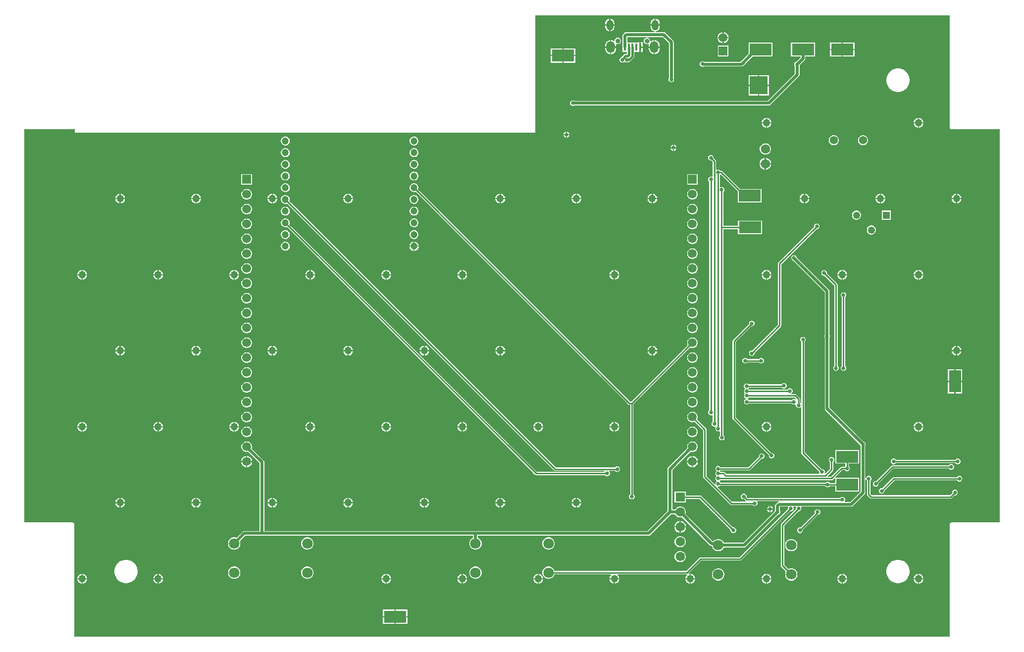
<source format=gbr>
%TF.GenerationSoftware,Altium Limited,Altium Designer,21.6.1 (37)*%
G04 Layer_Physical_Order=2*
G04 Layer_Color=16711680*
%FSLAX43Y43*%
%MOMM*%
%TF.SameCoordinates,2DC9C271-DD38-4FBD-9B37-034AA9505664*%
%TF.FilePolarity,Positive*%
%TF.FileFunction,Copper,L2,Bot,Signal*%
%TF.Part,Single*%
G01*
G75*
%TA.AperFunction,SMDPad,CuDef*%
%ADD23R,3.100X3.100*%
%TA.AperFunction,Conductor*%
%ADD28C,0.254*%
%ADD29C,0.500*%
%ADD30C,0.381*%
%TA.AperFunction,ComponentPad*%
%ADD31R,1.500X1.500*%
%ADD32C,1.500*%
%ADD33C,1.200*%
%ADD34C,1.600*%
%ADD35C,1.400*%
%ADD36C,1.800*%
%ADD37R,1.600X1.600*%
%ADD38R,1.250X1.250*%
%ADD39C,1.250*%
%ADD40C,0.800*%
%ADD41O,1.150X1.800*%
%ADD42O,1.450X2.000*%
%TA.AperFunction,ViaPad*%
%ADD43C,0.650*%
%ADD44C,1.270*%
%ADD45C,0.750*%
%TA.AperFunction,SMDPad,CuDef*%
%ADD46R,3.800X2.030*%
%ADD47R,2.030X3.800*%
%ADD48R,0.450X1.300*%
G36*
X158372Y87127D02*
X158392Y87030D01*
X158447Y86947D01*
X158530Y86892D01*
X158627Y86872D01*
X166873D01*
X166879Y19717D01*
X166789Y19628D01*
X158627D01*
X158530Y19608D01*
X158447Y19553D01*
X158392Y19470D01*
X158372Y19373D01*
Y127D01*
X8627D01*
Y19373D01*
X8608Y19470D01*
X8553Y19553D01*
X8470Y19608D01*
X8373Y19628D01*
X127D01*
Y86872D01*
X8373D01*
X8470Y86892D01*
X8553Y86947D01*
X8588Y87000D01*
X8750D01*
X8750Y86250D01*
X87500D01*
Y106372D01*
X158372D01*
Y87127D01*
D02*
G37*
%LPC*%
G36*
X108075Y105794D02*
Y104800D01*
X108757D01*
Y105025D01*
X108730Y105227D01*
X108652Y105416D01*
X108528Y105578D01*
X108366Y105702D01*
X108177Y105780D01*
X108075Y105794D01*
D02*
G37*
G36*
X107875D02*
X107773Y105780D01*
X107584Y105702D01*
X107422Y105578D01*
X107298Y105416D01*
X107220Y105227D01*
X107193Y105025D01*
Y104800D01*
X107875D01*
Y105794D01*
D02*
G37*
G36*
X100325D02*
Y104800D01*
X101007D01*
Y105025D01*
X100980Y105227D01*
X100902Y105416D01*
X100778Y105578D01*
X100616Y105702D01*
X100427Y105780D01*
X100325Y105794D01*
D02*
G37*
G36*
X100125D02*
X100023Y105780D01*
X99834Y105702D01*
X99672Y105578D01*
X99548Y105416D01*
X99470Y105227D01*
X99443Y105025D01*
Y104800D01*
X100125D01*
Y105794D01*
D02*
G37*
G36*
X101007Y104600D02*
X100325D01*
Y103606D01*
X100427Y103620D01*
X100616Y103698D01*
X100778Y103822D01*
X100902Y103984D01*
X100980Y104173D01*
X101007Y104375D01*
Y104600D01*
D02*
G37*
G36*
X100125D02*
X99443D01*
Y104375D01*
X99470Y104173D01*
X99548Y103984D01*
X99672Y103822D01*
X99834Y103698D01*
X100023Y103620D01*
X100125Y103606D01*
Y104600D01*
D02*
G37*
G36*
X119725Y103490D02*
X119700D01*
Y102640D01*
X120550D01*
Y102665D01*
X120485Y102907D01*
X120360Y103123D01*
X120183Y103300D01*
X119967Y103425D01*
X119725Y103490D01*
D02*
G37*
G36*
X119500D02*
X119475D01*
X119233Y103425D01*
X119017Y103300D01*
X118840Y103123D01*
X118715Y102907D01*
X118650Y102665D01*
Y102640D01*
X119500D01*
Y103490D01*
D02*
G37*
G36*
X101709Y102500D02*
X101491D01*
X101288Y102416D01*
X101134Y102262D01*
X101050Y102059D01*
Y101983D01*
X100923Y101920D01*
X100841Y101983D01*
X100616Y102076D01*
X100475Y102095D01*
Y101000D01*
X101308D01*
Y101175D01*
X101285Y101348D01*
X101399Y101438D01*
X101491Y101400D01*
X101709D01*
X101912Y101484D01*
X102066Y101638D01*
X102150Y101841D01*
Y102059D01*
X102066Y102262D01*
X101912Y102416D01*
X101709Y102500D01*
D02*
G37*
G36*
X120550Y102440D02*
X119700D01*
Y101590D01*
X119725D01*
X119967Y101655D01*
X120183Y101780D01*
X120360Y101957D01*
X120485Y102173D01*
X120550Y102415D01*
Y102440D01*
D02*
G37*
G36*
X119500D02*
X118650D01*
Y102415D01*
X118715Y102173D01*
X118840Y101957D01*
X119017Y101780D01*
X119233Y101655D01*
X119475Y101590D01*
X119500D01*
Y102440D01*
D02*
G37*
G36*
X107925Y102095D02*
Y101000D01*
X108758D01*
Y101175D01*
X108726Y101416D01*
X108633Y101641D01*
X108485Y101835D01*
X108291Y101983D01*
X108066Y102076D01*
X107925Y102095D01*
D02*
G37*
G36*
X106709Y102500D02*
X106491D01*
X106288Y102416D01*
X106134Y102262D01*
X106050Y102059D01*
Y101841D01*
X106134Y101638D01*
X106288Y101484D01*
X106491Y101400D01*
X106709D01*
X106801Y101438D01*
X106915Y101348D01*
X106892Y101175D01*
Y101000D01*
X107725D01*
Y102095D01*
X107584Y102076D01*
X107359Y101983D01*
X107277Y101920D01*
X107150Y101983D01*
Y102059D01*
X107066Y102262D01*
X106912Y102416D01*
X106709Y102500D01*
D02*
G37*
G36*
X105825Y101750D02*
X105500D01*
Y101000D01*
X105825D01*
Y101750D01*
D02*
G37*
G36*
X100275Y102095D02*
X100134Y102076D01*
X99909Y101983D01*
X99715Y101835D01*
X99567Y101641D01*
X99474Y101416D01*
X99442Y101175D01*
Y101000D01*
X100275D01*
Y102095D01*
D02*
G37*
G36*
X142100Y101715D02*
X140100D01*
Y100600D01*
X142100D01*
Y101715D01*
D02*
G37*
G36*
X139900D02*
X137900D01*
Y100600D01*
X139900D01*
Y101715D01*
D02*
G37*
G36*
X105825Y100800D02*
X105500D01*
Y100050D01*
X105825D01*
Y100800D01*
D02*
G37*
G36*
X108758D02*
X107925D01*
Y99705D01*
X108066Y99724D01*
X108291Y99817D01*
X108485Y99965D01*
X108633Y100159D01*
X108726Y100384D01*
X108758Y100625D01*
Y100800D01*
D02*
G37*
G36*
X107725D02*
X106892D01*
Y100625D01*
X106924Y100384D01*
X107017Y100159D01*
X107165Y99965D01*
X107359Y99817D01*
X107584Y99724D01*
X107725Y99705D01*
Y100800D01*
D02*
G37*
G36*
X101308D02*
X100475D01*
Y99705D01*
X100616Y99724D01*
X100841Y99817D01*
X101035Y99965D01*
X101183Y100159D01*
X101276Y100384D01*
X101308Y100625D01*
Y100800D01*
D02*
G37*
G36*
X100275D02*
X99442D01*
Y100625D01*
X99474Y100384D01*
X99567Y100159D01*
X99715Y99965D01*
X99909Y99817D01*
X100134Y99724D01*
X100275Y99705D01*
Y100800D01*
D02*
G37*
G36*
X94300Y100684D02*
X92300D01*
Y99569D01*
X94300D01*
Y100684D01*
D02*
G37*
G36*
X92100D02*
X90100D01*
Y99569D01*
X92100D01*
Y100684D01*
D02*
G37*
G36*
X120500Y101160D02*
X118700D01*
Y99360D01*
X120500D01*
Y101160D01*
D02*
G37*
G36*
X142100Y100400D02*
X140100D01*
Y99285D01*
X142100D01*
Y100400D01*
D02*
G37*
G36*
X139900D02*
X137900D01*
Y99285D01*
X139900D01*
Y100400D01*
D02*
G37*
G36*
X128071Y101665D02*
X123971D01*
Y99797D01*
X122581Y98408D01*
X116385D01*
X116369Y98423D01*
X116194Y98496D01*
X116006D01*
X115831Y98423D01*
X115697Y98290D01*
X115625Y98115D01*
Y97926D01*
X115697Y97752D01*
X115831Y97618D01*
X116006Y97546D01*
X116194D01*
X116307Y97592D01*
X122750D01*
X122750Y97592D01*
X122906Y97623D01*
X123038Y97712D01*
X124659Y99332D01*
X124659Y99332D01*
X124661Y99335D01*
X128071D01*
Y101665D01*
D02*
G37*
G36*
X94300Y99369D02*
X92300D01*
Y98254D01*
X94300D01*
Y99369D01*
D02*
G37*
G36*
X92100D02*
X90100D01*
Y98254D01*
X92100D01*
Y99369D01*
D02*
G37*
G36*
X108757Y104600D02*
X107193D01*
Y104375D01*
X107220Y104173D01*
X107298Y103984D01*
X107422Y103822D01*
X107584Y103698D01*
X107773Y103620D01*
X107885Y103605D01*
X107877Y103478D01*
X103021D01*
X102865Y103447D01*
X102733Y103359D01*
X102512Y103138D01*
X102423Y103005D01*
X102392Y102849D01*
X102392Y102849D01*
Y100900D01*
X102423Y100744D01*
X102425Y100741D01*
Y100100D01*
X103112D01*
Y99763D01*
X102907D01*
X102774Y99736D01*
X102662Y99661D01*
X102272Y99271D01*
X102223Y99198D01*
X102114Y99153D01*
X101980Y99019D01*
X101908Y98844D01*
Y98656D01*
X101980Y98481D01*
X102114Y98347D01*
X102288Y98275D01*
X102477D01*
X102652Y98347D01*
X102783Y98478D01*
X102914Y98347D01*
X103088Y98275D01*
X103277D01*
X103452Y98347D01*
X103545Y98440D01*
X103665Y98464D01*
X103778Y98539D01*
X104336Y99097D01*
X104411Y99210D01*
X104438Y99343D01*
Y100100D01*
X104975D01*
Y100050D01*
X105300D01*
Y100900D01*
Y101750D01*
X104975D01*
Y101700D01*
X103208D01*
Y102662D01*
X109261D01*
X110342Y101581D01*
Y95641D01*
X110275Y95479D01*
Y95290D01*
X110347Y95115D01*
X110481Y94981D01*
X110656Y94909D01*
X110844D01*
X111019Y94981D01*
X111153Y95115D01*
X111225Y95290D01*
Y95479D01*
X111158Y95641D01*
Y101750D01*
X111158Y101750D01*
X111127Y101906D01*
X111038Y102038D01*
X111038Y102038D01*
X109718Y103359D01*
X109586Y103447D01*
X109430Y103478D01*
X109430Y103478D01*
X108073D01*
X108065Y103605D01*
X108177Y103620D01*
X108366Y103698D01*
X108528Y103822D01*
X108652Y103984D01*
X108730Y104173D01*
X108757Y104375D01*
Y104600D01*
D02*
G37*
G36*
X127434Y96134D02*
X125784D01*
Y94484D01*
X127434D01*
Y96134D01*
D02*
G37*
G36*
X125584D02*
X123934D01*
Y94484D01*
X125584D01*
Y96134D01*
D02*
G37*
G36*
X149697Y97250D02*
X149303D01*
X148917Y97173D01*
X148553Y97022D01*
X148225Y96803D01*
X147947Y96525D01*
X147728Y96197D01*
X147577Y95833D01*
X147500Y95447D01*
Y95053D01*
X147577Y94667D01*
X147728Y94303D01*
X147947Y93975D01*
X148225Y93697D01*
X148553Y93478D01*
X148917Y93327D01*
X149303Y93250D01*
X149697D01*
X150083Y93327D01*
X150447Y93478D01*
X150775Y93697D01*
X151053Y93975D01*
X151272Y94303D01*
X151423Y94667D01*
X151500Y95053D01*
Y95447D01*
X151423Y95833D01*
X151272Y96197D01*
X151053Y96525D01*
X150775Y96803D01*
X150447Y97022D01*
X150083Y97173D01*
X149697Y97250D01*
D02*
G37*
G36*
X127434Y94284D02*
X125784D01*
Y92634D01*
X127434D01*
Y94284D01*
D02*
G37*
G36*
X125584D02*
X123934D01*
Y92634D01*
X125584D01*
Y94284D01*
D02*
G37*
G36*
X135300Y101665D02*
X131200D01*
Y99335D01*
X132842D01*
Y99155D01*
X132157Y98470D01*
X131995Y98403D01*
X131861Y98269D01*
X131789Y98094D01*
Y97906D01*
X131856Y97743D01*
Y96353D01*
X127236Y91733D01*
X94157D01*
X93994Y91800D01*
X93806D01*
X93631Y91728D01*
X93497Y91594D01*
X93425Y91419D01*
Y91231D01*
X93497Y91056D01*
X93631Y90922D01*
X93806Y90850D01*
X93994D01*
X94157Y90917D01*
X127405D01*
X127405Y90917D01*
X127561Y90948D01*
X127693Y91037D01*
X132552Y95896D01*
X132641Y96028D01*
X132672Y96184D01*
X132672Y96184D01*
Y97743D01*
X132734Y97893D01*
X133538Y98698D01*
X133538Y98698D01*
X133627Y98830D01*
X133658Y98986D01*
X133658Y98986D01*
Y99335D01*
X135300D01*
Y101665D01*
D02*
G37*
G36*
X153110Y88835D02*
X153100D01*
Y88100D01*
X153835D01*
Y88110D01*
X153778Y88322D01*
X153668Y88513D01*
X153513Y88668D01*
X153322Y88778D01*
X153110Y88835D01*
D02*
G37*
G36*
X152900D02*
X152890D01*
X152678Y88778D01*
X152487Y88668D01*
X152332Y88513D01*
X152222Y88322D01*
X152165Y88110D01*
Y88100D01*
X152900D01*
Y88835D01*
D02*
G37*
G36*
X127110D02*
X127100D01*
Y88100D01*
X127835D01*
Y88110D01*
X127778Y88322D01*
X127668Y88513D01*
X127513Y88668D01*
X127322Y88778D01*
X127110Y88835D01*
D02*
G37*
G36*
X126900D02*
X126890D01*
X126678Y88778D01*
X126487Y88668D01*
X126332Y88513D01*
X126222Y88322D01*
X126165Y88110D01*
Y88100D01*
X126900D01*
Y88835D01*
D02*
G37*
G36*
X153835Y87900D02*
X153100D01*
Y87165D01*
X153110D01*
X153322Y87222D01*
X153513Y87332D01*
X153668Y87487D01*
X153778Y87678D01*
X153835Y87890D01*
Y87900D01*
D02*
G37*
G36*
X152900D02*
X152165D01*
Y87890D01*
X152222Y87678D01*
X152332Y87487D01*
X152487Y87332D01*
X152678Y87222D01*
X152890Y87165D01*
X152900D01*
Y87900D01*
D02*
G37*
G36*
X127835D02*
X127100D01*
Y87165D01*
X127110D01*
X127322Y87222D01*
X127513Y87332D01*
X127668Y87487D01*
X127778Y87678D01*
X127835Y87890D01*
Y87900D01*
D02*
G37*
G36*
X126900D02*
X126165D01*
Y87890D01*
X126222Y87678D01*
X126332Y87487D01*
X126487Y87332D01*
X126678Y87222D01*
X126890Y87165D01*
X126900D01*
Y87900D01*
D02*
G37*
G36*
X92929Y86491D02*
X92925D01*
Y86066D01*
X93350D01*
Y86070D01*
X93270Y86263D01*
X93122Y86411D01*
X92929Y86491D01*
D02*
G37*
G36*
X92725D02*
X92721D01*
X92528Y86411D01*
X92380Y86263D01*
X92300Y86070D01*
Y86066D01*
X92725D01*
Y86491D01*
D02*
G37*
G36*
X93350Y85866D02*
X92925D01*
Y85441D01*
X92929D01*
X93122Y85521D01*
X93270Y85669D01*
X93350Y85861D01*
Y85866D01*
D02*
G37*
G36*
X92725D02*
X92300D01*
Y85861D01*
X92380Y85669D01*
X92528Y85521D01*
X92721Y85441D01*
X92725D01*
Y85866D01*
D02*
G37*
G36*
X143631Y85850D02*
X143408D01*
X143191Y85792D01*
X142998Y85680D01*
X142839Y85522D01*
X142727Y85328D01*
X142670Y85112D01*
Y84888D01*
X142727Y84672D01*
X142839Y84478D01*
X142998Y84320D01*
X143191Y84208D01*
X143408Y84150D01*
X143631D01*
X143848Y84208D01*
X144041Y84320D01*
X144200Y84478D01*
X144312Y84672D01*
X144370Y84888D01*
Y85112D01*
X144312Y85328D01*
X144200Y85522D01*
X144041Y85680D01*
X143848Y85792D01*
X143631Y85850D01*
D02*
G37*
G36*
X138631D02*
X138408D01*
X138191Y85792D01*
X137998Y85680D01*
X137839Y85522D01*
X137727Y85328D01*
X137670Y85112D01*
Y84888D01*
X137727Y84672D01*
X137839Y84478D01*
X137998Y84320D01*
X138191Y84208D01*
X138408Y84150D01*
X138631D01*
X138848Y84208D01*
X139041Y84320D01*
X139200Y84478D01*
X139312Y84672D01*
X139370Y84888D01*
Y85112D01*
X139312Y85328D01*
X139200Y85522D01*
X139041Y85680D01*
X138848Y85792D01*
X138631Y85850D01*
D02*
G37*
G36*
X66849Y85620D02*
X66651D01*
X66461Y85569D01*
X66289Y85470D01*
X66150Y85331D01*
X66051Y85160D01*
X66000Y84969D01*
Y84771D01*
X66051Y84581D01*
X66150Y84410D01*
X66289Y84270D01*
X66461Y84171D01*
X66651Y84120D01*
X66849D01*
X67039Y84171D01*
X67211Y84270D01*
X67350Y84410D01*
X67449Y84581D01*
X67500Y84771D01*
Y84969D01*
X67449Y85160D01*
X67350Y85331D01*
X67211Y85470D01*
X67039Y85569D01*
X66849Y85620D01*
D02*
G37*
G36*
X44849D02*
X44651D01*
X44461Y85569D01*
X44289Y85470D01*
X44150Y85331D01*
X44051Y85160D01*
X44000Y84969D01*
Y84771D01*
X44051Y84581D01*
X44150Y84410D01*
X44289Y84270D01*
X44461Y84171D01*
X44651Y84120D01*
X44849D01*
X45039Y84171D01*
X45211Y84270D01*
X45350Y84410D01*
X45449Y84581D01*
X45500Y84771D01*
Y84969D01*
X45449Y85160D01*
X45350Y85331D01*
X45211Y85470D01*
X45039Y85569D01*
X44849Y85620D01*
D02*
G37*
G36*
X111210Y84243D02*
X111205D01*
Y83818D01*
X111630D01*
Y83823D01*
X111550Y84015D01*
X111402Y84163D01*
X111210Y84243D01*
D02*
G37*
G36*
X111005D02*
X111001D01*
X110808Y84163D01*
X110660Y84015D01*
X110580Y83823D01*
Y83818D01*
X111005D01*
Y84243D01*
D02*
G37*
G36*
X111630Y83618D02*
X111205D01*
Y83193D01*
X111210D01*
X111402Y83273D01*
X111550Y83421D01*
X111630Y83614D01*
Y83618D01*
D02*
G37*
G36*
X111005D02*
X110580D01*
Y83614D01*
X110660Y83421D01*
X110808Y83273D01*
X111001Y83193D01*
X111005D01*
Y83618D01*
D02*
G37*
G36*
X126946Y84465D02*
X126696D01*
X126454Y84400D01*
X126237Y84275D01*
X126060Y84098D01*
X125935Y83882D01*
X125871Y83640D01*
Y83390D01*
X125935Y83148D01*
X126060Y82932D01*
X126237Y82755D01*
X126454Y82630D01*
X126696Y82565D01*
X126946D01*
X127187Y82630D01*
X127404Y82755D01*
X127581Y82932D01*
X127706Y83148D01*
X127771Y83390D01*
Y83640D01*
X127706Y83882D01*
X127581Y84098D01*
X127404Y84275D01*
X127187Y84400D01*
X126946Y84465D01*
D02*
G37*
G36*
X66849Y83620D02*
X66651D01*
X66461Y83569D01*
X66289Y83470D01*
X66150Y83331D01*
X66051Y83160D01*
X66000Y82969D01*
Y82771D01*
X66051Y82581D01*
X66150Y82410D01*
X66289Y82270D01*
X66461Y82171D01*
X66651Y82120D01*
X66849D01*
X67039Y82171D01*
X67211Y82270D01*
X67350Y82410D01*
X67449Y82581D01*
X67500Y82771D01*
Y82969D01*
X67449Y83160D01*
X67350Y83331D01*
X67211Y83470D01*
X67039Y83569D01*
X66849Y83620D01*
D02*
G37*
G36*
X44849D02*
X44651D01*
X44461Y83569D01*
X44289Y83470D01*
X44150Y83331D01*
X44051Y83160D01*
X44000Y82969D01*
Y82771D01*
X44051Y82581D01*
X44150Y82410D01*
X44289Y82270D01*
X44461Y82171D01*
X44651Y82120D01*
X44849D01*
X45039Y82171D01*
X45211Y82270D01*
X45350Y82410D01*
X45449Y82581D01*
X45500Y82771D01*
Y82969D01*
X45449Y83160D01*
X45350Y83331D01*
X45211Y83470D01*
X45039Y83569D01*
X44849Y83620D01*
D02*
G37*
G36*
X126952Y81975D02*
X126921D01*
Y81075D01*
X127821D01*
Y81107D01*
X127752Y81361D01*
X127621Y81589D01*
X127435Y81775D01*
X127207Y81907D01*
X126952Y81975D01*
D02*
G37*
G36*
X126721D02*
X126689D01*
X126435Y81907D01*
X126207Y81775D01*
X126020Y81589D01*
X125889Y81361D01*
X125821Y81107D01*
Y81075D01*
X126721D01*
Y81975D01*
D02*
G37*
G36*
X66849Y81620D02*
X66651D01*
X66461Y81569D01*
X66289Y81470D01*
X66150Y81331D01*
X66051Y81160D01*
X66000Y80969D01*
Y80771D01*
X66051Y80581D01*
X66150Y80410D01*
X66289Y80270D01*
X66461Y80171D01*
X66651Y80120D01*
X66849D01*
X67039Y80171D01*
X67211Y80270D01*
X67350Y80410D01*
X67449Y80581D01*
X67500Y80771D01*
Y80969D01*
X67449Y81160D01*
X67350Y81331D01*
X67211Y81470D01*
X67039Y81569D01*
X66849Y81620D01*
D02*
G37*
G36*
X44849D02*
X44651D01*
X44461Y81569D01*
X44289Y81470D01*
X44150Y81331D01*
X44051Y81160D01*
X44000Y80969D01*
Y80771D01*
X44051Y80581D01*
X44150Y80410D01*
X44289Y80270D01*
X44461Y80171D01*
X44651Y80120D01*
X44849D01*
X45039Y80171D01*
X45211Y80270D01*
X45350Y80410D01*
X45449Y80581D01*
X45500Y80771D01*
Y80969D01*
X45449Y81160D01*
X45350Y81331D01*
X45211Y81470D01*
X45039Y81569D01*
X44849Y81620D01*
D02*
G37*
G36*
X127821Y80875D02*
X126921D01*
Y79975D01*
X126952D01*
X127207Y80043D01*
X127435Y80175D01*
X127621Y80361D01*
X127752Y80589D01*
X127821Y80843D01*
Y80875D01*
D02*
G37*
G36*
X126721D02*
X125821D01*
Y80843D01*
X125889Y80589D01*
X126020Y80361D01*
X126207Y80175D01*
X126435Y80043D01*
X126689Y79975D01*
X126721D01*
Y80875D01*
D02*
G37*
G36*
X66849Y79620D02*
X66651D01*
X66461Y79569D01*
X66289Y79470D01*
X66150Y79331D01*
X66051Y79160D01*
X66000Y78969D01*
Y78771D01*
X66051Y78581D01*
X66150Y78410D01*
X66289Y78270D01*
X66461Y78171D01*
X66651Y78120D01*
X66849D01*
X67039Y78171D01*
X67211Y78270D01*
X67350Y78410D01*
X67449Y78581D01*
X67500Y78771D01*
Y78969D01*
X67449Y79160D01*
X67350Y79331D01*
X67211Y79470D01*
X67039Y79569D01*
X66849Y79620D01*
D02*
G37*
G36*
X44849D02*
X44651D01*
X44461Y79569D01*
X44289Y79470D01*
X44150Y79331D01*
X44051Y79160D01*
X44000Y78969D01*
Y78771D01*
X44051Y78581D01*
X44150Y78410D01*
X44289Y78270D01*
X44461Y78171D01*
X44651Y78120D01*
X44849D01*
X45039Y78171D01*
X45211Y78270D01*
X45350Y78410D01*
X45449Y78581D01*
X45500Y78771D01*
Y78969D01*
X45449Y79160D01*
X45350Y79331D01*
X45211Y79470D01*
X45039Y79569D01*
X44849Y79620D01*
D02*
G37*
G36*
X115241Y79195D02*
X113441D01*
Y77395D01*
X115241D01*
Y79195D01*
D02*
G37*
G36*
X39031D02*
X37231D01*
Y77395D01*
X39031D01*
Y79195D01*
D02*
G37*
G36*
X44849Y77620D02*
X44651D01*
X44461Y77569D01*
X44289Y77470D01*
X44150Y77331D01*
X44051Y77160D01*
X44000Y76969D01*
Y76771D01*
X44051Y76581D01*
X44150Y76410D01*
X44289Y76270D01*
X44461Y76171D01*
X44651Y76120D01*
X44849D01*
X45039Y76171D01*
X45211Y76270D01*
X45350Y76410D01*
X45449Y76581D01*
X45500Y76771D01*
Y76969D01*
X45449Y77160D01*
X45350Y77331D01*
X45211Y77470D01*
X45039Y77569D01*
X44849Y77620D01*
D02*
G37*
G36*
X159610Y75835D02*
X159600D01*
Y75100D01*
X160335D01*
Y75110D01*
X160278Y75322D01*
X160168Y75513D01*
X160013Y75668D01*
X159822Y75778D01*
X159610Y75835D01*
D02*
G37*
G36*
X159400D02*
X159390D01*
X159178Y75778D01*
X158987Y75668D01*
X158832Y75513D01*
X158722Y75322D01*
X158665Y75110D01*
Y75100D01*
X159400D01*
Y75835D01*
D02*
G37*
G36*
X146610D02*
X146600D01*
Y75100D01*
X147335D01*
Y75110D01*
X147278Y75322D01*
X147168Y75513D01*
X147013Y75668D01*
X146822Y75778D01*
X146610Y75835D01*
D02*
G37*
G36*
X146400D02*
X146390D01*
X146178Y75778D01*
X145987Y75668D01*
X145832Y75513D01*
X145722Y75322D01*
X145665Y75110D01*
Y75100D01*
X146400D01*
Y75835D01*
D02*
G37*
G36*
X133610D02*
X133600D01*
Y75100D01*
X134335D01*
Y75110D01*
X134278Y75322D01*
X134168Y75513D01*
X134013Y75668D01*
X133822Y75778D01*
X133610Y75835D01*
D02*
G37*
G36*
X133400D02*
X133390D01*
X133178Y75778D01*
X132987Y75668D01*
X132832Y75513D01*
X132722Y75322D01*
X132665Y75110D01*
Y75100D01*
X133400D01*
Y75835D01*
D02*
G37*
G36*
X107610D02*
X107600D01*
Y75100D01*
X108335D01*
Y75110D01*
X108278Y75322D01*
X108168Y75513D01*
X108013Y75668D01*
X107822Y75778D01*
X107610Y75835D01*
D02*
G37*
G36*
X107400D02*
X107390D01*
X107178Y75778D01*
X106987Y75668D01*
X106832Y75513D01*
X106722Y75322D01*
X106665Y75110D01*
Y75100D01*
X107400D01*
Y75835D01*
D02*
G37*
G36*
X94610D02*
X94600D01*
Y75100D01*
X95335D01*
Y75110D01*
X95278Y75322D01*
X95168Y75513D01*
X95013Y75668D01*
X94822Y75778D01*
X94610Y75835D01*
D02*
G37*
G36*
X94400D02*
X94390D01*
X94178Y75778D01*
X93987Y75668D01*
X93832Y75513D01*
X93722Y75322D01*
X93665Y75110D01*
Y75100D01*
X94400D01*
Y75835D01*
D02*
G37*
G36*
X81610D02*
X81600D01*
Y75100D01*
X82335D01*
Y75110D01*
X82278Y75322D01*
X82168Y75513D01*
X82013Y75668D01*
X81822Y75778D01*
X81610Y75835D01*
D02*
G37*
G36*
X81400D02*
X81390D01*
X81178Y75778D01*
X80987Y75668D01*
X80832Y75513D01*
X80722Y75322D01*
X80665Y75110D01*
Y75100D01*
X81400D01*
Y75835D01*
D02*
G37*
G36*
X55610D02*
X55600D01*
Y75100D01*
X56335D01*
Y75110D01*
X56278Y75322D01*
X56168Y75513D01*
X56013Y75668D01*
X55822Y75778D01*
X55610Y75835D01*
D02*
G37*
G36*
X55400D02*
X55390D01*
X55178Y75778D01*
X54987Y75668D01*
X54832Y75513D01*
X54722Y75322D01*
X54665Y75110D01*
Y75100D01*
X55400D01*
Y75835D01*
D02*
G37*
G36*
X42610D02*
X42600D01*
Y75100D01*
X43335D01*
Y75110D01*
X43278Y75322D01*
X43168Y75513D01*
X43013Y75668D01*
X42822Y75778D01*
X42610Y75835D01*
D02*
G37*
G36*
X42400D02*
X42390D01*
X42178Y75778D01*
X41987Y75668D01*
X41832Y75513D01*
X41722Y75322D01*
X41665Y75110D01*
Y75100D01*
X42400D01*
Y75835D01*
D02*
G37*
G36*
X29610D02*
X29600D01*
Y75100D01*
X30335D01*
Y75110D01*
X30278Y75322D01*
X30168Y75513D01*
X30013Y75668D01*
X29822Y75778D01*
X29610Y75835D01*
D02*
G37*
G36*
X29400D02*
X29390D01*
X29178Y75778D01*
X28987Y75668D01*
X28832Y75513D01*
X28722Y75322D01*
X28665Y75110D01*
Y75100D01*
X29400D01*
Y75835D01*
D02*
G37*
G36*
X16610D02*
X16600D01*
Y75100D01*
X17335D01*
Y75110D01*
X17278Y75322D01*
X17168Y75513D01*
X17013Y75668D01*
X16822Y75778D01*
X16610Y75835D01*
D02*
G37*
G36*
X16400D02*
X16390D01*
X16178Y75778D01*
X15987Y75668D01*
X15832Y75513D01*
X15722Y75322D01*
X15665Y75110D01*
Y75100D01*
X16400D01*
Y75835D01*
D02*
G37*
G36*
X114459Y76655D02*
X114222D01*
X113993Y76594D01*
X113788Y76475D01*
X113620Y76308D01*
X113502Y76102D01*
X113441Y75873D01*
Y75636D01*
X113502Y75408D01*
X113620Y75202D01*
X113788Y75035D01*
X113993Y74916D01*
X114222Y74855D01*
X114459D01*
X114688Y74916D01*
X114893Y75035D01*
X115061Y75202D01*
X115179Y75408D01*
X115241Y75636D01*
Y75873D01*
X115179Y76102D01*
X115061Y76308D01*
X114893Y76475D01*
X114688Y76594D01*
X114459Y76655D01*
D02*
G37*
G36*
X38249D02*
X38012D01*
X37783Y76594D01*
X37578Y76475D01*
X37410Y76308D01*
X37292Y76102D01*
X37231Y75873D01*
Y75636D01*
X37292Y75408D01*
X37410Y75202D01*
X37578Y75035D01*
X37783Y74916D01*
X38012Y74855D01*
X38249D01*
X38478Y74916D01*
X38683Y75035D01*
X38851Y75202D01*
X38969Y75408D01*
X39031Y75636D01*
Y75873D01*
X38969Y76102D01*
X38851Y76308D01*
X38683Y76475D01*
X38478Y76594D01*
X38249Y76655D01*
D02*
G37*
G36*
X117601Y82475D02*
X117412D01*
X117237Y82403D01*
X117103Y82269D01*
X117031Y82094D01*
Y81906D01*
X117103Y81731D01*
X117237Y81597D01*
X117412Y81525D01*
X117582D01*
X117832Y81275D01*
Y78801D01*
X117705Y78724D01*
X117594Y78770D01*
X117406D01*
X117231Y78698D01*
X117097Y78564D01*
X117025Y78389D01*
Y78201D01*
X117097Y78026D01*
X117224Y77900D01*
Y38833D01*
X117110Y38719D01*
X117037Y38544D01*
Y38355D01*
X117110Y38181D01*
X117243Y38047D01*
X117418Y37975D01*
X117607D01*
X117705Y38016D01*
X117832Y37932D01*
Y36859D01*
X117712Y36739D01*
X117639Y36564D01*
Y36375D01*
X117712Y36200D01*
X117845Y36067D01*
X118020Y35994D01*
X118209D01*
X118251Y36012D01*
X118273Y35996D01*
X118336Y35910D01*
X118276Y35764D01*
Y35575D01*
X118348Y35400D01*
X118482Y35267D01*
X118656Y35194D01*
X118845D01*
X118943Y35235D01*
X119070Y35151D01*
Y34505D01*
X118984Y34419D01*
X118912Y34244D01*
Y34056D01*
X118984Y33881D01*
X119118Y33747D01*
X119293Y33675D01*
X119482D01*
X119656Y33747D01*
X119790Y33881D01*
X119862Y34056D01*
Y34244D01*
X119790Y34419D01*
X119656Y34553D01*
X119635Y34561D01*
Y69803D01*
X122145D01*
Y68921D01*
X126245D01*
Y71251D01*
X122145D01*
Y70368D01*
X119635D01*
Y76126D01*
X119755Y76246D01*
X119828Y76421D01*
Y76609D01*
X119755Y76784D01*
X119622Y76918D01*
X119447Y76990D01*
X119258D01*
X119160Y76949D01*
X119033Y77033D01*
Y79111D01*
X119136Y79214D01*
X122084Y76266D01*
Y74335D01*
X126184D01*
Y76665D01*
X122484D01*
X119449Y79700D01*
X119357Y79761D01*
X119249Y79782D01*
X119249Y79782D01*
X119140D01*
X119020Y79903D01*
X118845Y79975D01*
X118656D01*
X118524Y79920D01*
X118397Y79984D01*
Y81392D01*
X118375Y81500D01*
X118314Y81592D01*
X118314Y81592D01*
X117981Y81924D01*
Y82094D01*
X117909Y82269D01*
X117775Y82403D01*
X117601Y82475D01*
D02*
G37*
G36*
X160335Y74900D02*
X159600D01*
Y74165D01*
X159610D01*
X159822Y74222D01*
X160013Y74332D01*
X160168Y74487D01*
X160278Y74678D01*
X160335Y74890D01*
Y74900D01*
D02*
G37*
G36*
X159400D02*
X158665D01*
Y74890D01*
X158722Y74678D01*
X158832Y74487D01*
X158987Y74332D01*
X159178Y74222D01*
X159390Y74165D01*
X159400D01*
Y74900D01*
D02*
G37*
G36*
X147335D02*
X146600D01*
Y74165D01*
X146610D01*
X146822Y74222D01*
X147013Y74332D01*
X147168Y74487D01*
X147278Y74678D01*
X147335Y74890D01*
Y74900D01*
D02*
G37*
G36*
X146400D02*
X145665D01*
Y74890D01*
X145722Y74678D01*
X145832Y74487D01*
X145987Y74332D01*
X146178Y74222D01*
X146390Y74165D01*
X146400D01*
Y74900D01*
D02*
G37*
G36*
X134335D02*
X133600D01*
Y74165D01*
X133610D01*
X133822Y74222D01*
X134013Y74332D01*
X134168Y74487D01*
X134278Y74678D01*
X134335Y74890D01*
Y74900D01*
D02*
G37*
G36*
X133400D02*
X132665D01*
Y74890D01*
X132722Y74678D01*
X132832Y74487D01*
X132987Y74332D01*
X133178Y74222D01*
X133390Y74165D01*
X133400D01*
Y74900D01*
D02*
G37*
G36*
X108335D02*
X107600D01*
Y74165D01*
X107610D01*
X107822Y74222D01*
X108013Y74332D01*
X108168Y74487D01*
X108278Y74678D01*
X108335Y74890D01*
Y74900D01*
D02*
G37*
G36*
X107400D02*
X106665D01*
Y74890D01*
X106722Y74678D01*
X106832Y74487D01*
X106987Y74332D01*
X107178Y74222D01*
X107390Y74165D01*
X107400D01*
Y74900D01*
D02*
G37*
G36*
X95335D02*
X94600D01*
Y74165D01*
X94610D01*
X94822Y74222D01*
X95013Y74332D01*
X95168Y74487D01*
X95278Y74678D01*
X95335Y74890D01*
Y74900D01*
D02*
G37*
G36*
X94400D02*
X93665D01*
Y74890D01*
X93722Y74678D01*
X93832Y74487D01*
X93987Y74332D01*
X94178Y74222D01*
X94390Y74165D01*
X94400D01*
Y74900D01*
D02*
G37*
G36*
X82335D02*
X81600D01*
Y74165D01*
X81610D01*
X81822Y74222D01*
X82013Y74332D01*
X82168Y74487D01*
X82278Y74678D01*
X82335Y74890D01*
Y74900D01*
D02*
G37*
G36*
X81400D02*
X80665D01*
Y74890D01*
X80722Y74678D01*
X80832Y74487D01*
X80987Y74332D01*
X81178Y74222D01*
X81390Y74165D01*
X81400D01*
Y74900D01*
D02*
G37*
G36*
X56335D02*
X55600D01*
Y74165D01*
X55610D01*
X55822Y74222D01*
X56013Y74332D01*
X56168Y74487D01*
X56278Y74678D01*
X56335Y74890D01*
Y74900D01*
D02*
G37*
G36*
X55400D02*
X54665D01*
Y74890D01*
X54722Y74678D01*
X54832Y74487D01*
X54987Y74332D01*
X55178Y74222D01*
X55390Y74165D01*
X55400D01*
Y74900D01*
D02*
G37*
G36*
X43335D02*
X42600D01*
Y74165D01*
X42610D01*
X42822Y74222D01*
X43013Y74332D01*
X43168Y74487D01*
X43278Y74678D01*
X43335Y74890D01*
Y74900D01*
D02*
G37*
G36*
X42400D02*
X41665D01*
Y74890D01*
X41722Y74678D01*
X41832Y74487D01*
X41987Y74332D01*
X42178Y74222D01*
X42390Y74165D01*
X42400D01*
Y74900D01*
D02*
G37*
G36*
X30335D02*
X29600D01*
Y74165D01*
X29610D01*
X29822Y74222D01*
X30013Y74332D01*
X30168Y74487D01*
X30278Y74678D01*
X30335Y74890D01*
Y74900D01*
D02*
G37*
G36*
X29400D02*
X28665D01*
Y74890D01*
X28722Y74678D01*
X28832Y74487D01*
X28987Y74332D01*
X29178Y74222D01*
X29390Y74165D01*
X29400D01*
Y74900D01*
D02*
G37*
G36*
X17335D02*
X16600D01*
Y74165D01*
X16610D01*
X16822Y74222D01*
X17013Y74332D01*
X17168Y74487D01*
X17278Y74678D01*
X17335Y74890D01*
Y74900D01*
D02*
G37*
G36*
X16400D02*
X15665D01*
Y74890D01*
X15722Y74678D01*
X15832Y74487D01*
X15987Y74332D01*
X16178Y74222D01*
X16390Y74165D01*
X16400D01*
Y74900D01*
D02*
G37*
G36*
X66849Y75620D02*
X66651D01*
X66461Y75569D01*
X66289Y75470D01*
X66150Y75331D01*
X66051Y75160D01*
X66000Y74969D01*
Y74771D01*
X66051Y74581D01*
X66150Y74410D01*
X66289Y74270D01*
X66461Y74171D01*
X66651Y74120D01*
X66849D01*
X67039Y74171D01*
X67211Y74270D01*
X67350Y74410D01*
X67449Y74581D01*
X67500Y74771D01*
Y74969D01*
X67449Y75160D01*
X67350Y75331D01*
X67211Y75470D01*
X67039Y75569D01*
X66849Y75620D01*
D02*
G37*
G36*
X114459Y74115D02*
X114222D01*
X113993Y74054D01*
X113788Y73935D01*
X113620Y73768D01*
X113502Y73562D01*
X113441Y73333D01*
Y73096D01*
X113502Y72868D01*
X113620Y72662D01*
X113788Y72495D01*
X113993Y72376D01*
X114222Y72315D01*
X114459D01*
X114688Y72376D01*
X114893Y72495D01*
X115061Y72662D01*
X115179Y72868D01*
X115241Y73096D01*
Y73333D01*
X115179Y73562D01*
X115061Y73768D01*
X114893Y73935D01*
X114688Y74054D01*
X114459Y74115D01*
D02*
G37*
G36*
X38249D02*
X38012D01*
X37783Y74054D01*
X37578Y73935D01*
X37410Y73768D01*
X37292Y73562D01*
X37231Y73333D01*
Y73096D01*
X37292Y72868D01*
X37410Y72662D01*
X37578Y72495D01*
X37783Y72376D01*
X38012Y72315D01*
X38249D01*
X38478Y72376D01*
X38683Y72495D01*
X38851Y72662D01*
X38969Y72868D01*
X39031Y73096D01*
Y73333D01*
X38969Y73562D01*
X38851Y73768D01*
X38683Y73935D01*
X38478Y74054D01*
X38249Y74115D01*
D02*
G37*
G36*
X66849Y73620D02*
X66651D01*
X66461Y73569D01*
X66289Y73470D01*
X66150Y73331D01*
X66051Y73160D01*
X66000Y72969D01*
Y72771D01*
X66051Y72581D01*
X66150Y72410D01*
X66289Y72270D01*
X66461Y72171D01*
X66651Y72120D01*
X66849D01*
X67039Y72171D01*
X67211Y72270D01*
X67350Y72410D01*
X67449Y72581D01*
X67500Y72771D01*
Y72969D01*
X67449Y73160D01*
X67350Y73331D01*
X67211Y73470D01*
X67039Y73569D01*
X66849Y73620D01*
D02*
G37*
G36*
X44849D02*
X44651D01*
X44461Y73569D01*
X44289Y73470D01*
X44150Y73331D01*
X44051Y73160D01*
X44000Y72969D01*
Y72771D01*
X44051Y72581D01*
X44150Y72410D01*
X44289Y72270D01*
X44461Y72171D01*
X44651Y72120D01*
X44849D01*
X45039Y72171D01*
X45211Y72270D01*
X45350Y72410D01*
X45449Y72581D01*
X45500Y72771D01*
Y72969D01*
X45449Y73160D01*
X45350Y73331D01*
X45211Y73470D01*
X45039Y73569D01*
X44849Y73620D01*
D02*
G37*
G36*
X148263Y72959D02*
X146713D01*
Y71409D01*
X148263D01*
Y72959D01*
D02*
G37*
G36*
X142510D02*
X142306D01*
X142109Y72906D01*
X141932Y72804D01*
X141787Y72660D01*
X141685Y72483D01*
X141633Y72286D01*
Y72082D01*
X141685Y71885D01*
X141787Y71708D01*
X141932Y71564D01*
X142109Y71462D01*
X142306Y71409D01*
X142510D01*
X142707Y71462D01*
X142883Y71564D01*
X143028Y71708D01*
X143130Y71885D01*
X143183Y72082D01*
Y72286D01*
X143130Y72483D01*
X143028Y72660D01*
X142883Y72804D01*
X142707Y72906D01*
X142510Y72959D01*
D02*
G37*
G36*
X66849Y71620D02*
X66651D01*
X66461Y71569D01*
X66289Y71470D01*
X66150Y71331D01*
X66051Y71160D01*
X66000Y70969D01*
Y70771D01*
X66051Y70581D01*
X66150Y70410D01*
X66289Y70270D01*
X66461Y70171D01*
X66651Y70120D01*
X66849D01*
X67039Y70171D01*
X67211Y70270D01*
X67350Y70410D01*
X67449Y70581D01*
X67500Y70771D01*
Y70969D01*
X67449Y71160D01*
X67350Y71331D01*
X67211Y71470D01*
X67039Y71569D01*
X66849Y71620D01*
D02*
G37*
G36*
X114459Y71575D02*
X114222D01*
X113993Y71514D01*
X113788Y71395D01*
X113620Y71228D01*
X113502Y71022D01*
X113441Y70793D01*
Y70557D01*
X113502Y70328D01*
X113620Y70122D01*
X113788Y69955D01*
X113993Y69836D01*
X114222Y69775D01*
X114459D01*
X114688Y69836D01*
X114893Y69955D01*
X115061Y70122D01*
X115179Y70328D01*
X115241Y70557D01*
Y70793D01*
X115179Y71022D01*
X115061Y71228D01*
X114893Y71395D01*
X114688Y71514D01*
X114459Y71575D01*
D02*
G37*
G36*
X38249D02*
X38012D01*
X37783Y71514D01*
X37578Y71395D01*
X37410Y71228D01*
X37292Y71022D01*
X37231Y70793D01*
Y70557D01*
X37292Y70328D01*
X37410Y70122D01*
X37578Y69955D01*
X37783Y69836D01*
X38012Y69775D01*
X38249D01*
X38478Y69836D01*
X38683Y69955D01*
X38851Y70122D01*
X38969Y70328D01*
X39031Y70557D01*
Y70793D01*
X38969Y71022D01*
X38851Y71228D01*
X38683Y71395D01*
X38478Y71514D01*
X38249Y71575D01*
D02*
G37*
G36*
X145050Y70419D02*
X144846D01*
X144648Y70366D01*
X144472Y70264D01*
X144327Y70120D01*
X144225Y69943D01*
X144173Y69746D01*
Y69542D01*
X144225Y69345D01*
X144327Y69168D01*
X144472Y69024D01*
X144648Y68922D01*
X144846Y68869D01*
X145050D01*
X145247Y68922D01*
X145423Y69024D01*
X145568Y69168D01*
X145670Y69345D01*
X145723Y69542D01*
Y69746D01*
X145670Y69943D01*
X145568Y70120D01*
X145423Y70264D01*
X145247Y70366D01*
X145050Y70419D01*
D02*
G37*
G36*
X66849Y69620D02*
X66651D01*
X66461Y69569D01*
X66289Y69470D01*
X66150Y69331D01*
X66051Y69160D01*
X66000Y68969D01*
Y68771D01*
X66051Y68581D01*
X66150Y68410D01*
X66289Y68270D01*
X66461Y68171D01*
X66651Y68120D01*
X66849D01*
X67039Y68171D01*
X67211Y68270D01*
X67350Y68410D01*
X67449Y68581D01*
X67500Y68771D01*
Y68969D01*
X67449Y69160D01*
X67350Y69331D01*
X67211Y69470D01*
X67039Y69569D01*
X66849Y69620D01*
D02*
G37*
G36*
X44849D02*
X44651D01*
X44461Y69569D01*
X44289Y69470D01*
X44150Y69331D01*
X44051Y69160D01*
X44000Y68969D01*
Y68771D01*
X44051Y68581D01*
X44150Y68410D01*
X44289Y68270D01*
X44461Y68171D01*
X44651Y68120D01*
X44849D01*
X45039Y68171D01*
X45211Y68270D01*
X45350Y68410D01*
X45449Y68581D01*
X45500Y68771D01*
Y68969D01*
X45449Y69160D01*
X45350Y69331D01*
X45211Y69470D01*
X45039Y69569D01*
X44849Y69620D01*
D02*
G37*
G36*
X114459Y69035D02*
X114222D01*
X113993Y68974D01*
X113788Y68855D01*
X113620Y68688D01*
X113502Y68482D01*
X113441Y68253D01*
Y68017D01*
X113502Y67788D01*
X113620Y67582D01*
X113788Y67415D01*
X113993Y67296D01*
X114222Y67235D01*
X114459D01*
X114688Y67296D01*
X114893Y67415D01*
X115061Y67582D01*
X115179Y67788D01*
X115241Y68017D01*
Y68253D01*
X115179Y68482D01*
X115061Y68688D01*
X114893Y68855D01*
X114688Y68974D01*
X114459Y69035D01*
D02*
G37*
G36*
X38249D02*
X38012D01*
X37783Y68974D01*
X37578Y68855D01*
X37410Y68688D01*
X37292Y68482D01*
X37231Y68253D01*
Y68017D01*
X37292Y67788D01*
X37410Y67582D01*
X37578Y67415D01*
X37783Y67296D01*
X38012Y67235D01*
X38249D01*
X38478Y67296D01*
X38683Y67415D01*
X38851Y67582D01*
X38969Y67788D01*
X39031Y68017D01*
Y68253D01*
X38969Y68482D01*
X38851Y68688D01*
X38683Y68855D01*
X38478Y68974D01*
X38249Y69035D01*
D02*
G37*
G36*
X66855Y67670D02*
X66850D01*
Y66970D01*
X67550D01*
Y66975D01*
X67495Y67179D01*
X67390Y67361D01*
X67241Y67510D01*
X67059Y67616D01*
X66855Y67670D01*
D02*
G37*
G36*
X66650D02*
X66645D01*
X66441Y67616D01*
X66259Y67510D01*
X66110Y67361D01*
X66005Y67179D01*
X65950Y66975D01*
Y66970D01*
X66650D01*
Y67670D01*
D02*
G37*
G36*
X44849Y67620D02*
X44651D01*
X44461Y67569D01*
X44289Y67470D01*
X44150Y67331D01*
X44051Y67160D01*
X44000Y66969D01*
Y66771D01*
X44051Y66581D01*
X44150Y66410D01*
X44289Y66270D01*
X44461Y66171D01*
X44651Y66120D01*
X44849D01*
X45039Y66171D01*
X45211Y66270D01*
X45350Y66410D01*
X45449Y66581D01*
X45500Y66771D01*
Y66969D01*
X45449Y67160D01*
X45350Y67331D01*
X45211Y67470D01*
X45039Y67569D01*
X44849Y67620D01*
D02*
G37*
G36*
X67550Y66770D02*
X66850D01*
Y66070D01*
X66855D01*
X67059Y66125D01*
X67241Y66230D01*
X67390Y66379D01*
X67495Y66561D01*
X67550Y66765D01*
Y66770D01*
D02*
G37*
G36*
X66650D02*
X65950D01*
Y66765D01*
X66005Y66561D01*
X66110Y66379D01*
X66259Y66230D01*
X66441Y66125D01*
X66645Y66070D01*
X66650D01*
Y66770D01*
D02*
G37*
G36*
X114459Y66495D02*
X114222D01*
X113993Y66434D01*
X113788Y66315D01*
X113620Y66148D01*
X113502Y65942D01*
X113441Y65713D01*
Y65477D01*
X113502Y65248D01*
X113620Y65042D01*
X113788Y64875D01*
X113993Y64756D01*
X114222Y64695D01*
X114459D01*
X114688Y64756D01*
X114893Y64875D01*
X115061Y65042D01*
X115179Y65248D01*
X115241Y65477D01*
Y65713D01*
X115179Y65942D01*
X115061Y66148D01*
X114893Y66315D01*
X114688Y66434D01*
X114459Y66495D01*
D02*
G37*
G36*
X38249D02*
X38012D01*
X37783Y66434D01*
X37578Y66315D01*
X37410Y66148D01*
X37292Y65942D01*
X37231Y65713D01*
Y65477D01*
X37292Y65248D01*
X37410Y65042D01*
X37578Y64875D01*
X37783Y64756D01*
X38012Y64695D01*
X38249D01*
X38478Y64756D01*
X38683Y64875D01*
X38851Y65042D01*
X38969Y65248D01*
X39031Y65477D01*
Y65713D01*
X38969Y65942D01*
X38851Y66148D01*
X38683Y66315D01*
X38478Y66434D01*
X38249Y66495D01*
D02*
G37*
G36*
X114459Y63955D02*
X114222D01*
X113993Y63894D01*
X113788Y63775D01*
X113620Y63608D01*
X113502Y63402D01*
X113441Y63173D01*
Y62937D01*
X113502Y62708D01*
X113620Y62502D01*
X113788Y62335D01*
X113993Y62216D01*
X114222Y62155D01*
X114459D01*
X114688Y62216D01*
X114893Y62335D01*
X115061Y62502D01*
X115179Y62708D01*
X115241Y62937D01*
Y63173D01*
X115179Y63402D01*
X115061Y63608D01*
X114893Y63775D01*
X114688Y63894D01*
X114459Y63955D01*
D02*
G37*
G36*
X38249D02*
X38012D01*
X37783Y63894D01*
X37578Y63775D01*
X37410Y63608D01*
X37292Y63402D01*
X37231Y63173D01*
Y62937D01*
X37292Y62708D01*
X37410Y62502D01*
X37578Y62335D01*
X37783Y62216D01*
X38012Y62155D01*
X38249D01*
X38478Y62216D01*
X38683Y62335D01*
X38851Y62502D01*
X38969Y62708D01*
X39031Y62937D01*
Y63173D01*
X38969Y63402D01*
X38851Y63608D01*
X38683Y63775D01*
X38478Y63894D01*
X38249Y63955D01*
D02*
G37*
G36*
X153110Y62835D02*
X153100D01*
Y62100D01*
X153835D01*
Y62110D01*
X153778Y62322D01*
X153668Y62513D01*
X153513Y62668D01*
X153322Y62778D01*
X153110Y62835D01*
D02*
G37*
G36*
X152900D02*
X152890D01*
X152678Y62778D01*
X152487Y62668D01*
X152332Y62513D01*
X152222Y62322D01*
X152165Y62110D01*
Y62100D01*
X152900D01*
Y62835D01*
D02*
G37*
G36*
X140110D02*
X140100D01*
Y62100D01*
X140835D01*
Y62110D01*
X140778Y62322D01*
X140668Y62513D01*
X140513Y62668D01*
X140322Y62778D01*
X140110Y62835D01*
D02*
G37*
G36*
X139900D02*
X139890D01*
X139678Y62778D01*
X139487Y62668D01*
X139332Y62513D01*
X139222Y62322D01*
X139165Y62110D01*
Y62100D01*
X139900D01*
Y62835D01*
D02*
G37*
G36*
X127110D02*
X127100D01*
Y62100D01*
X127835D01*
Y62110D01*
X127778Y62322D01*
X127668Y62513D01*
X127513Y62668D01*
X127322Y62778D01*
X127110Y62835D01*
D02*
G37*
G36*
X126900D02*
X126890D01*
X126678Y62778D01*
X126487Y62668D01*
X126332Y62513D01*
X126222Y62322D01*
X126165Y62110D01*
Y62100D01*
X126900D01*
Y62835D01*
D02*
G37*
G36*
X101110D02*
X101100D01*
Y62100D01*
X101835D01*
Y62110D01*
X101778Y62322D01*
X101668Y62513D01*
X101513Y62668D01*
X101322Y62778D01*
X101110Y62835D01*
D02*
G37*
G36*
X100900D02*
X100890D01*
X100678Y62778D01*
X100487Y62668D01*
X100332Y62513D01*
X100222Y62322D01*
X100165Y62110D01*
Y62100D01*
X100900D01*
Y62835D01*
D02*
G37*
G36*
X75110D02*
X75100D01*
Y62100D01*
X75835D01*
Y62110D01*
X75778Y62322D01*
X75668Y62513D01*
X75513Y62668D01*
X75322Y62778D01*
X75110Y62835D01*
D02*
G37*
G36*
X74900D02*
X74890D01*
X74678Y62778D01*
X74487Y62668D01*
X74332Y62513D01*
X74222Y62322D01*
X74165Y62110D01*
Y62100D01*
X74900D01*
Y62835D01*
D02*
G37*
G36*
X62110D02*
X62100D01*
Y62100D01*
X62835D01*
Y62110D01*
X62778Y62322D01*
X62668Y62513D01*
X62513Y62668D01*
X62322Y62778D01*
X62110Y62835D01*
D02*
G37*
G36*
X61900D02*
X61890D01*
X61678Y62778D01*
X61487Y62668D01*
X61332Y62513D01*
X61222Y62322D01*
X61165Y62110D01*
Y62100D01*
X61900D01*
Y62835D01*
D02*
G37*
G36*
X49110D02*
X49100D01*
Y62100D01*
X49835D01*
Y62110D01*
X49778Y62322D01*
X49668Y62513D01*
X49513Y62668D01*
X49322Y62778D01*
X49110Y62835D01*
D02*
G37*
G36*
X48900D02*
X48890D01*
X48678Y62778D01*
X48487Y62668D01*
X48332Y62513D01*
X48222Y62322D01*
X48165Y62110D01*
Y62100D01*
X48900D01*
Y62835D01*
D02*
G37*
G36*
X36110D02*
X36100D01*
Y62100D01*
X36835D01*
Y62110D01*
X36778Y62322D01*
X36668Y62513D01*
X36513Y62668D01*
X36322Y62778D01*
X36110Y62835D01*
D02*
G37*
G36*
X35900D02*
X35890D01*
X35678Y62778D01*
X35487Y62668D01*
X35332Y62513D01*
X35222Y62322D01*
X35165Y62110D01*
Y62100D01*
X35900D01*
Y62835D01*
D02*
G37*
G36*
X23110D02*
X23100D01*
Y62100D01*
X23835D01*
Y62110D01*
X23778Y62322D01*
X23668Y62513D01*
X23513Y62668D01*
X23322Y62778D01*
X23110Y62835D01*
D02*
G37*
G36*
X22900D02*
X22890D01*
X22678Y62778D01*
X22487Y62668D01*
X22332Y62513D01*
X22222Y62322D01*
X22165Y62110D01*
Y62100D01*
X22900D01*
Y62835D01*
D02*
G37*
G36*
X10110D02*
X10100D01*
Y62100D01*
X10835D01*
Y62110D01*
X10778Y62322D01*
X10668Y62513D01*
X10513Y62668D01*
X10322Y62778D01*
X10110Y62835D01*
D02*
G37*
G36*
X9900D02*
X9890D01*
X9678Y62778D01*
X9487Y62668D01*
X9332Y62513D01*
X9222Y62322D01*
X9165Y62110D01*
Y62100D01*
X9900D01*
Y62835D01*
D02*
G37*
G36*
X153835Y61900D02*
X153100D01*
Y61165D01*
X153110D01*
X153322Y61222D01*
X153513Y61332D01*
X153668Y61487D01*
X153778Y61678D01*
X153835Y61890D01*
Y61900D01*
D02*
G37*
G36*
X152900D02*
X152165D01*
Y61890D01*
X152222Y61678D01*
X152332Y61487D01*
X152487Y61332D01*
X152678Y61222D01*
X152890Y61165D01*
X152900D01*
Y61900D01*
D02*
G37*
G36*
X140835D02*
X140100D01*
Y61165D01*
X140110D01*
X140322Y61222D01*
X140513Y61332D01*
X140668Y61487D01*
X140778Y61678D01*
X140835Y61890D01*
Y61900D01*
D02*
G37*
G36*
X139900D02*
X139165D01*
Y61890D01*
X139222Y61678D01*
X139332Y61487D01*
X139487Y61332D01*
X139678Y61222D01*
X139890Y61165D01*
X139900D01*
Y61900D01*
D02*
G37*
G36*
X127835D02*
X127100D01*
Y61165D01*
X127110D01*
X127322Y61222D01*
X127513Y61332D01*
X127668Y61487D01*
X127778Y61678D01*
X127835Y61890D01*
Y61900D01*
D02*
G37*
G36*
X126900D02*
X126165D01*
Y61890D01*
X126222Y61678D01*
X126332Y61487D01*
X126487Y61332D01*
X126678Y61222D01*
X126890Y61165D01*
X126900D01*
Y61900D01*
D02*
G37*
G36*
X101835D02*
X101100D01*
Y61165D01*
X101110D01*
X101322Y61222D01*
X101513Y61332D01*
X101668Y61487D01*
X101778Y61678D01*
X101835Y61890D01*
Y61900D01*
D02*
G37*
G36*
X100900D02*
X100165D01*
Y61890D01*
X100222Y61678D01*
X100332Y61487D01*
X100487Y61332D01*
X100678Y61222D01*
X100890Y61165D01*
X100900D01*
Y61900D01*
D02*
G37*
G36*
X75835D02*
X75100D01*
Y61165D01*
X75110D01*
X75322Y61222D01*
X75513Y61332D01*
X75668Y61487D01*
X75778Y61678D01*
X75835Y61890D01*
Y61900D01*
D02*
G37*
G36*
X74900D02*
X74165D01*
Y61890D01*
X74222Y61678D01*
X74332Y61487D01*
X74487Y61332D01*
X74678Y61222D01*
X74890Y61165D01*
X74900D01*
Y61900D01*
D02*
G37*
G36*
X62835D02*
X62100D01*
Y61165D01*
X62110D01*
X62322Y61222D01*
X62513Y61332D01*
X62668Y61487D01*
X62778Y61678D01*
X62835Y61890D01*
Y61900D01*
D02*
G37*
G36*
X61900D02*
X61165D01*
Y61890D01*
X61222Y61678D01*
X61332Y61487D01*
X61487Y61332D01*
X61678Y61222D01*
X61890Y61165D01*
X61900D01*
Y61900D01*
D02*
G37*
G36*
X49835D02*
X49100D01*
Y61165D01*
X49110D01*
X49322Y61222D01*
X49513Y61332D01*
X49668Y61487D01*
X49778Y61678D01*
X49835Y61890D01*
Y61900D01*
D02*
G37*
G36*
X48900D02*
X48165D01*
Y61890D01*
X48222Y61678D01*
X48332Y61487D01*
X48487Y61332D01*
X48678Y61222D01*
X48890Y61165D01*
X48900D01*
Y61900D01*
D02*
G37*
G36*
X36835D02*
X36100D01*
Y61165D01*
X36110D01*
X36322Y61222D01*
X36513Y61332D01*
X36668Y61487D01*
X36778Y61678D01*
X36835Y61890D01*
Y61900D01*
D02*
G37*
G36*
X35900D02*
X35165D01*
Y61890D01*
X35222Y61678D01*
X35332Y61487D01*
X35487Y61332D01*
X35678Y61222D01*
X35890Y61165D01*
X35900D01*
Y61900D01*
D02*
G37*
G36*
X23835D02*
X23100D01*
Y61165D01*
X23110D01*
X23322Y61222D01*
X23513Y61332D01*
X23668Y61487D01*
X23778Y61678D01*
X23835Y61890D01*
Y61900D01*
D02*
G37*
G36*
X22900D02*
X22165D01*
Y61890D01*
X22222Y61678D01*
X22332Y61487D01*
X22487Y61332D01*
X22678Y61222D01*
X22890Y61165D01*
X22900D01*
Y61900D01*
D02*
G37*
G36*
X10835D02*
X10100D01*
Y61165D01*
X10110D01*
X10322Y61222D01*
X10513Y61332D01*
X10668Y61487D01*
X10778Y61678D01*
X10835Y61890D01*
Y61900D01*
D02*
G37*
G36*
X9900D02*
X9165D01*
Y61890D01*
X9222Y61678D01*
X9332Y61487D01*
X9487Y61332D01*
X9678Y61222D01*
X9890Y61165D01*
X9900D01*
Y61900D01*
D02*
G37*
G36*
X114459Y61415D02*
X114222D01*
X113993Y61354D01*
X113788Y61235D01*
X113620Y61068D01*
X113502Y60862D01*
X113441Y60633D01*
Y60396D01*
X113502Y60168D01*
X113620Y59962D01*
X113788Y59795D01*
X113993Y59676D01*
X114222Y59615D01*
X114459D01*
X114688Y59676D01*
X114893Y59795D01*
X115061Y59962D01*
X115179Y60168D01*
X115241Y60396D01*
Y60633D01*
X115179Y60862D01*
X115061Y61068D01*
X114893Y61235D01*
X114688Y61354D01*
X114459Y61415D01*
D02*
G37*
G36*
X38249D02*
X38012D01*
X37783Y61354D01*
X37578Y61235D01*
X37410Y61068D01*
X37292Y60862D01*
X37231Y60633D01*
Y60396D01*
X37292Y60168D01*
X37410Y59962D01*
X37578Y59795D01*
X37783Y59676D01*
X38012Y59615D01*
X38249D01*
X38478Y59676D01*
X38683Y59795D01*
X38851Y59962D01*
X38969Y60168D01*
X39031Y60396D01*
Y60633D01*
X38969Y60862D01*
X38851Y61068D01*
X38683Y61235D01*
X38478Y61354D01*
X38249Y61415D01*
D02*
G37*
G36*
X114459Y58875D02*
X114222D01*
X113993Y58814D01*
X113788Y58695D01*
X113620Y58528D01*
X113502Y58322D01*
X113441Y58093D01*
Y57856D01*
X113502Y57628D01*
X113620Y57422D01*
X113788Y57255D01*
X113993Y57136D01*
X114222Y57075D01*
X114459D01*
X114688Y57136D01*
X114893Y57255D01*
X115061Y57422D01*
X115179Y57628D01*
X115241Y57856D01*
Y58093D01*
X115179Y58322D01*
X115061Y58528D01*
X114893Y58695D01*
X114688Y58814D01*
X114459Y58875D01*
D02*
G37*
G36*
X38249D02*
X38012D01*
X37783Y58814D01*
X37578Y58695D01*
X37410Y58528D01*
X37292Y58322D01*
X37231Y58093D01*
Y57856D01*
X37292Y57628D01*
X37410Y57422D01*
X37578Y57255D01*
X37783Y57136D01*
X38012Y57075D01*
X38249D01*
X38478Y57136D01*
X38683Y57255D01*
X38851Y57422D01*
X38969Y57628D01*
X39031Y57856D01*
Y58093D01*
X38969Y58322D01*
X38851Y58528D01*
X38683Y58695D01*
X38478Y58814D01*
X38249Y58875D01*
D02*
G37*
G36*
X114459Y56335D02*
X114222D01*
X113993Y56274D01*
X113788Y56155D01*
X113620Y55988D01*
X113502Y55782D01*
X113441Y55553D01*
Y55317D01*
X113502Y55088D01*
X113620Y54882D01*
X113788Y54715D01*
X113993Y54596D01*
X114222Y54535D01*
X114459D01*
X114688Y54596D01*
X114893Y54715D01*
X115061Y54882D01*
X115179Y55088D01*
X115241Y55317D01*
Y55553D01*
X115179Y55782D01*
X115061Y55988D01*
X114893Y56155D01*
X114688Y56274D01*
X114459Y56335D01*
D02*
G37*
G36*
X38249D02*
X38012D01*
X37783Y56274D01*
X37578Y56155D01*
X37410Y55988D01*
X37292Y55782D01*
X37231Y55553D01*
Y55317D01*
X37292Y55088D01*
X37410Y54882D01*
X37578Y54715D01*
X37783Y54596D01*
X38012Y54535D01*
X38249D01*
X38478Y54596D01*
X38683Y54715D01*
X38851Y54882D01*
X38969Y55088D01*
X39031Y55317D01*
Y55553D01*
X38969Y55782D01*
X38851Y55988D01*
X38683Y56155D01*
X38478Y56274D01*
X38249Y56335D01*
D02*
G37*
G36*
X114459Y53795D02*
X114222D01*
X113993Y53734D01*
X113788Y53615D01*
X113620Y53448D01*
X113502Y53242D01*
X113441Y53013D01*
Y52777D01*
X113502Y52548D01*
X113620Y52342D01*
X113788Y52175D01*
X113993Y52056D01*
X114222Y51995D01*
X114459D01*
X114688Y52056D01*
X114893Y52175D01*
X115061Y52342D01*
X115179Y52548D01*
X115241Y52777D01*
Y53013D01*
X115179Y53242D01*
X115061Y53448D01*
X114893Y53615D01*
X114688Y53734D01*
X114459Y53795D01*
D02*
G37*
G36*
X38249D02*
X38012D01*
X37783Y53734D01*
X37578Y53615D01*
X37410Y53448D01*
X37292Y53242D01*
X37231Y53013D01*
Y52777D01*
X37292Y52548D01*
X37410Y52342D01*
X37578Y52175D01*
X37783Y52056D01*
X38012Y51995D01*
X38249D01*
X38478Y52056D01*
X38683Y52175D01*
X38851Y52342D01*
X38969Y52548D01*
X39031Y52777D01*
Y53013D01*
X38969Y53242D01*
X38851Y53448D01*
X38683Y53615D01*
X38478Y53734D01*
X38249Y53795D01*
D02*
G37*
G36*
X66849Y77620D02*
X66651D01*
X66461Y77569D01*
X66289Y77470D01*
X66150Y77331D01*
X66051Y77160D01*
X66000Y76969D01*
Y76771D01*
X66051Y76581D01*
X66150Y76410D01*
X66289Y76270D01*
X66461Y76171D01*
X66651Y76120D01*
X66849D01*
X67039Y76171D01*
X67046Y76175D01*
X103406Y39815D01*
X103406Y39815D01*
X103498Y39753D01*
X103606Y39732D01*
X103718D01*
Y24466D01*
X103597Y24345D01*
X103525Y24171D01*
Y23982D01*
X103597Y23807D01*
X103731Y23674D01*
X103906Y23601D01*
X104094D01*
X104269Y23674D01*
X104403Y23807D01*
X104475Y23982D01*
Y24171D01*
X104403Y24345D01*
X104282Y24466D01*
Y39897D01*
X113935Y49550D01*
X113993Y49516D01*
X114222Y49455D01*
X114459D01*
X114688Y49516D01*
X114893Y49635D01*
X115061Y49802D01*
X115179Y50008D01*
X115241Y50236D01*
Y50473D01*
X115179Y50702D01*
X115061Y50908D01*
X114893Y51075D01*
X114688Y51194D01*
X114459Y51255D01*
X114222D01*
X113993Y51194D01*
X113788Y51075D01*
X113620Y50908D01*
X113502Y50702D01*
X113441Y50473D01*
Y50236D01*
X113502Y50008D01*
X113536Y49949D01*
X103883Y40297D01*
X103723D01*
X67445Y76574D01*
X67449Y76581D01*
X67500Y76771D01*
Y76969D01*
X67449Y77160D01*
X67350Y77331D01*
X67211Y77470D01*
X67039Y77569D01*
X66849Y77620D01*
D02*
G37*
G36*
X38249Y51255D02*
X38012D01*
X37783Y51194D01*
X37578Y51075D01*
X37410Y50908D01*
X37292Y50702D01*
X37231Y50473D01*
Y50236D01*
X37292Y50008D01*
X37410Y49802D01*
X37578Y49635D01*
X37783Y49516D01*
X38012Y49455D01*
X38249D01*
X38478Y49516D01*
X38683Y49635D01*
X38851Y49802D01*
X38969Y50008D01*
X39031Y50236D01*
Y50473D01*
X38969Y50702D01*
X38851Y50908D01*
X38683Y51075D01*
X38478Y51194D01*
X38249Y51255D01*
D02*
G37*
G36*
X159610Y49835D02*
X159600D01*
Y49100D01*
X160335D01*
Y49110D01*
X160278Y49322D01*
X160168Y49513D01*
X160013Y49668D01*
X159822Y49778D01*
X159610Y49835D01*
D02*
G37*
G36*
X159400D02*
X159390D01*
X159178Y49778D01*
X158987Y49668D01*
X158832Y49513D01*
X158722Y49322D01*
X158665Y49110D01*
Y49100D01*
X159400D01*
Y49835D01*
D02*
G37*
G36*
X107610D02*
X107600D01*
Y49100D01*
X108335D01*
Y49110D01*
X108278Y49322D01*
X108168Y49513D01*
X108013Y49668D01*
X107822Y49778D01*
X107610Y49835D01*
D02*
G37*
G36*
X107400D02*
X107390D01*
X107178Y49778D01*
X106987Y49668D01*
X106832Y49513D01*
X106722Y49322D01*
X106665Y49110D01*
Y49100D01*
X107400D01*
Y49835D01*
D02*
G37*
G36*
X81610D02*
X81600D01*
Y49100D01*
X82335D01*
Y49110D01*
X82278Y49322D01*
X82168Y49513D01*
X82013Y49668D01*
X81822Y49778D01*
X81610Y49835D01*
D02*
G37*
G36*
X81400D02*
X81390D01*
X81178Y49778D01*
X80987Y49668D01*
X80832Y49513D01*
X80722Y49322D01*
X80665Y49110D01*
Y49100D01*
X81400D01*
Y49835D01*
D02*
G37*
G36*
X68610D02*
X68600D01*
Y49100D01*
X69335D01*
Y49110D01*
X69278Y49322D01*
X69168Y49513D01*
X69013Y49668D01*
X68822Y49778D01*
X68610Y49835D01*
D02*
G37*
G36*
X68400D02*
X68390D01*
X68178Y49778D01*
X67987Y49668D01*
X67832Y49513D01*
X67722Y49322D01*
X67665Y49110D01*
Y49100D01*
X68400D01*
Y49835D01*
D02*
G37*
G36*
X55610D02*
X55600D01*
Y49100D01*
X56335D01*
Y49110D01*
X56278Y49322D01*
X56168Y49513D01*
X56013Y49668D01*
X55822Y49778D01*
X55610Y49835D01*
D02*
G37*
G36*
X55400D02*
X55390D01*
X55178Y49778D01*
X54987Y49668D01*
X54832Y49513D01*
X54722Y49322D01*
X54665Y49110D01*
Y49100D01*
X55400D01*
Y49835D01*
D02*
G37*
G36*
X42610D02*
X42600D01*
Y49100D01*
X43335D01*
Y49110D01*
X43278Y49322D01*
X43168Y49513D01*
X43013Y49668D01*
X42822Y49778D01*
X42610Y49835D01*
D02*
G37*
G36*
X42400D02*
X42390D01*
X42178Y49778D01*
X41987Y49668D01*
X41832Y49513D01*
X41722Y49322D01*
X41665Y49110D01*
Y49100D01*
X42400D01*
Y49835D01*
D02*
G37*
G36*
X29610D02*
X29600D01*
Y49100D01*
X30335D01*
Y49110D01*
X30278Y49322D01*
X30168Y49513D01*
X30013Y49668D01*
X29822Y49778D01*
X29610Y49835D01*
D02*
G37*
G36*
X29400D02*
X29390D01*
X29178Y49778D01*
X28987Y49668D01*
X28832Y49513D01*
X28722Y49322D01*
X28665Y49110D01*
Y49100D01*
X29400D01*
Y49835D01*
D02*
G37*
G36*
X16610D02*
X16600D01*
Y49100D01*
X17335D01*
Y49110D01*
X17278Y49322D01*
X17168Y49513D01*
X17013Y49668D01*
X16822Y49778D01*
X16610Y49835D01*
D02*
G37*
G36*
X16400D02*
X16390D01*
X16178Y49778D01*
X15987Y49668D01*
X15832Y49513D01*
X15722Y49322D01*
X15665Y49110D01*
Y49100D01*
X16400D01*
Y49835D01*
D02*
G37*
G36*
X160335Y48900D02*
X159600D01*
Y48165D01*
X159610D01*
X159822Y48222D01*
X160013Y48332D01*
X160168Y48487D01*
X160278Y48678D01*
X160335Y48890D01*
Y48900D01*
D02*
G37*
G36*
X159400D02*
X158665D01*
Y48890D01*
X158722Y48678D01*
X158832Y48487D01*
X158987Y48332D01*
X159178Y48222D01*
X159390Y48165D01*
X159400D01*
Y48900D01*
D02*
G37*
G36*
X108335D02*
X107600D01*
Y48165D01*
X107610D01*
X107822Y48222D01*
X108013Y48332D01*
X108168Y48487D01*
X108278Y48678D01*
X108335Y48890D01*
Y48900D01*
D02*
G37*
G36*
X107400D02*
X106665D01*
Y48890D01*
X106722Y48678D01*
X106832Y48487D01*
X106987Y48332D01*
X107178Y48222D01*
X107390Y48165D01*
X107400D01*
Y48900D01*
D02*
G37*
G36*
X82335D02*
X81600D01*
Y48165D01*
X81610D01*
X81822Y48222D01*
X82013Y48332D01*
X82168Y48487D01*
X82278Y48678D01*
X82335Y48890D01*
Y48900D01*
D02*
G37*
G36*
X81400D02*
X80665D01*
Y48890D01*
X80722Y48678D01*
X80832Y48487D01*
X80987Y48332D01*
X81178Y48222D01*
X81390Y48165D01*
X81400D01*
Y48900D01*
D02*
G37*
G36*
X69335D02*
X68600D01*
Y48165D01*
X68610D01*
X68822Y48222D01*
X69013Y48332D01*
X69168Y48487D01*
X69278Y48678D01*
X69335Y48890D01*
Y48900D01*
D02*
G37*
G36*
X68400D02*
X67665D01*
Y48890D01*
X67722Y48678D01*
X67832Y48487D01*
X67987Y48332D01*
X68178Y48222D01*
X68390Y48165D01*
X68400D01*
Y48900D01*
D02*
G37*
G36*
X56335D02*
X55600D01*
Y48165D01*
X55610D01*
X55822Y48222D01*
X56013Y48332D01*
X56168Y48487D01*
X56278Y48678D01*
X56335Y48890D01*
Y48900D01*
D02*
G37*
G36*
X55400D02*
X54665D01*
Y48890D01*
X54722Y48678D01*
X54832Y48487D01*
X54987Y48332D01*
X55178Y48222D01*
X55390Y48165D01*
X55400D01*
Y48900D01*
D02*
G37*
G36*
X43335D02*
X42600D01*
Y48165D01*
X42610D01*
X42822Y48222D01*
X43013Y48332D01*
X43168Y48487D01*
X43278Y48678D01*
X43335Y48890D01*
Y48900D01*
D02*
G37*
G36*
X42400D02*
X41665D01*
Y48890D01*
X41722Y48678D01*
X41832Y48487D01*
X41987Y48332D01*
X42178Y48222D01*
X42390Y48165D01*
X42400D01*
Y48900D01*
D02*
G37*
G36*
X30335D02*
X29600D01*
Y48165D01*
X29610D01*
X29822Y48222D01*
X30013Y48332D01*
X30168Y48487D01*
X30278Y48678D01*
X30335Y48890D01*
Y48900D01*
D02*
G37*
G36*
X29400D02*
X28665D01*
Y48890D01*
X28722Y48678D01*
X28832Y48487D01*
X28987Y48332D01*
X29178Y48222D01*
X29390Y48165D01*
X29400D01*
Y48900D01*
D02*
G37*
G36*
X17335D02*
X16600D01*
Y48165D01*
X16610D01*
X16822Y48222D01*
X17013Y48332D01*
X17168Y48487D01*
X17278Y48678D01*
X17335Y48890D01*
Y48900D01*
D02*
G37*
G36*
X16400D02*
X15665D01*
Y48890D01*
X15722Y48678D01*
X15832Y48487D01*
X15987Y48332D01*
X16178Y48222D01*
X16390Y48165D01*
X16400D01*
Y48900D01*
D02*
G37*
G36*
X135721Y70744D02*
X135532D01*
X135357Y70672D01*
X135223Y70538D01*
X135151Y70363D01*
Y70196D01*
X129050Y64095D01*
X128989Y64003D01*
X128968Y63895D01*
X128968Y63895D01*
Y53432D01*
X124576Y49040D01*
X124406D01*
X124231Y48968D01*
X124097Y48834D01*
X124025Y48659D01*
Y48471D01*
X124097Y48296D01*
X124231Y48162D01*
X124406Y48090D01*
X124594D01*
X124769Y48162D01*
X124903Y48296D01*
X124975Y48471D01*
Y48641D01*
X129450Y53115D01*
X129511Y53207D01*
X129532Y53315D01*
Y63778D01*
X135548Y69794D01*
X135721D01*
X135895Y69866D01*
X136029Y70000D01*
X136101Y70174D01*
Y70363D01*
X136029Y70538D01*
X135895Y70672D01*
X135721Y70744D01*
D02*
G37*
G36*
X126194Y47760D02*
X126006D01*
X125831Y47687D01*
X125711Y47567D01*
X123764D01*
X123644Y47687D01*
X123469Y47760D01*
X123281D01*
X123106Y47687D01*
X122972Y47554D01*
X122900Y47379D01*
Y47190D01*
X122972Y47016D01*
X123106Y46882D01*
X123281Y46810D01*
X123469D01*
X123644Y46882D01*
X123764Y47002D01*
X125711D01*
X125831Y46882D01*
X126006Y46810D01*
X126194D01*
X126369Y46882D01*
X126503Y47016D01*
X126575Y47190D01*
Y47379D01*
X126503Y47554D01*
X126369Y47687D01*
X126194Y47760D01*
D02*
G37*
G36*
X114459Y48715D02*
X114222D01*
X113993Y48654D01*
X113788Y48535D01*
X113620Y48368D01*
X113502Y48162D01*
X113441Y47933D01*
Y47696D01*
X113502Y47468D01*
X113620Y47262D01*
X113788Y47095D01*
X113993Y46976D01*
X114222Y46915D01*
X114459D01*
X114688Y46976D01*
X114893Y47095D01*
X115061Y47262D01*
X115179Y47468D01*
X115241Y47696D01*
Y47933D01*
X115179Y48162D01*
X115061Y48368D01*
X114893Y48535D01*
X114688Y48654D01*
X114459Y48715D01*
D02*
G37*
G36*
X38249D02*
X38012D01*
X37783Y48654D01*
X37578Y48535D01*
X37410Y48368D01*
X37292Y48162D01*
X37231Y47933D01*
Y47696D01*
X37292Y47468D01*
X37410Y47262D01*
X37578Y47095D01*
X37783Y46976D01*
X38012Y46915D01*
X38249D01*
X38478Y46976D01*
X38683Y47095D01*
X38851Y47262D01*
X38969Y47468D01*
X39031Y47696D01*
Y47933D01*
X38969Y48162D01*
X38851Y48368D01*
X38683Y48535D01*
X38478Y48654D01*
X38249Y48715D01*
D02*
G37*
G36*
X140274Y58970D02*
X140085D01*
X139911Y58898D01*
X139777Y58764D01*
X139705Y58589D01*
Y58401D01*
X139777Y58226D01*
X139897Y58106D01*
Y46414D01*
X139777Y46294D01*
X139705Y46119D01*
Y45931D01*
X139777Y45756D01*
X139911Y45622D01*
X140085Y45550D01*
X140274D01*
X140449Y45622D01*
X140582Y45756D01*
X140655Y45931D01*
Y46119D01*
X140582Y46294D01*
X140462Y46414D01*
Y58106D01*
X140582Y58226D01*
X140655Y58401D01*
Y58589D01*
X140582Y58764D01*
X140449Y58898D01*
X140274Y58970D01*
D02*
G37*
G36*
X136955Y62780D02*
X136766D01*
X136592Y62708D01*
X136458Y62574D01*
X136386Y62399D01*
Y62210D01*
X136458Y62036D01*
X136592Y61902D01*
X136766Y61830D01*
X136936D01*
X138620Y60147D01*
Y46414D01*
X138499Y46294D01*
X138427Y46119D01*
Y45931D01*
X138499Y45756D01*
X138633Y45622D01*
X138808Y45550D01*
X138996D01*
X139171Y45622D01*
X139305Y45756D01*
X139377Y45931D01*
Y46119D01*
X139305Y46294D01*
X139184Y46414D01*
Y60264D01*
X139163Y60372D01*
X139102Y60463D01*
X139102Y60463D01*
X137336Y62229D01*
Y62399D01*
X137263Y62574D01*
X137130Y62708D01*
X136955Y62780D01*
D02*
G37*
G36*
X114459Y46175D02*
X114222D01*
X113993Y46114D01*
X113788Y45995D01*
X113620Y45828D01*
X113502Y45622D01*
X113441Y45393D01*
Y45157D01*
X113502Y44928D01*
X113620Y44722D01*
X113788Y44555D01*
X113993Y44436D01*
X114222Y44375D01*
X114459D01*
X114688Y44436D01*
X114893Y44555D01*
X115061Y44722D01*
X115179Y44928D01*
X115241Y45157D01*
Y45393D01*
X115179Y45622D01*
X115061Y45828D01*
X114893Y45995D01*
X114688Y46114D01*
X114459Y46175D01*
D02*
G37*
G36*
X38249D02*
X38012D01*
X37783Y46114D01*
X37578Y45995D01*
X37410Y45828D01*
X37292Y45622D01*
X37231Y45393D01*
Y45157D01*
X37292Y44928D01*
X37410Y44722D01*
X37578Y44555D01*
X37783Y44436D01*
X38012Y44375D01*
X38249D01*
X38478Y44436D01*
X38683Y44555D01*
X38851Y44722D01*
X38969Y44928D01*
X39031Y45157D01*
Y45393D01*
X38969Y45622D01*
X38851Y45828D01*
X38683Y45995D01*
X38478Y46114D01*
X38249Y46175D01*
D02*
G37*
G36*
X160465Y45850D02*
X159350D01*
Y43850D01*
X160465D01*
Y45850D01*
D02*
G37*
G36*
X159150D02*
X158035D01*
Y43850D01*
X159150D01*
Y45850D01*
D02*
G37*
G36*
X114459Y43635D02*
X114222D01*
X113993Y43574D01*
X113788Y43455D01*
X113620Y43288D01*
X113502Y43082D01*
X113441Y42853D01*
Y42617D01*
X113502Y42388D01*
X113620Y42182D01*
X113788Y42015D01*
X113993Y41896D01*
X114222Y41835D01*
X114459D01*
X114688Y41896D01*
X114893Y42015D01*
X115061Y42182D01*
X115179Y42388D01*
X115241Y42617D01*
Y42853D01*
X115179Y43082D01*
X115061Y43288D01*
X114893Y43455D01*
X114688Y43574D01*
X114459Y43635D01*
D02*
G37*
G36*
X38249D02*
X38012D01*
X37783Y43574D01*
X37578Y43455D01*
X37410Y43288D01*
X37292Y43082D01*
X37231Y42853D01*
Y42617D01*
X37292Y42388D01*
X37410Y42182D01*
X37578Y42015D01*
X37783Y41896D01*
X38012Y41835D01*
X38249D01*
X38478Y41896D01*
X38683Y42015D01*
X38851Y42182D01*
X38969Y42388D01*
X39031Y42617D01*
Y42853D01*
X38969Y43082D01*
X38851Y43288D01*
X38683Y43455D01*
X38478Y43574D01*
X38249Y43635D01*
D02*
G37*
G36*
X160465Y43650D02*
X159350D01*
Y41650D01*
X160465D01*
Y43650D01*
D02*
G37*
G36*
X159150D02*
X158035D01*
Y41650D01*
X159150D01*
Y43650D01*
D02*
G37*
G36*
X114459Y41095D02*
X114222D01*
X113993Y41034D01*
X113788Y40915D01*
X113620Y40748D01*
X113502Y40542D01*
X113441Y40313D01*
Y40076D01*
X113502Y39848D01*
X113620Y39642D01*
X113788Y39475D01*
X113993Y39356D01*
X114222Y39295D01*
X114459D01*
X114688Y39356D01*
X114893Y39475D01*
X115061Y39642D01*
X115179Y39848D01*
X115241Y40076D01*
Y40313D01*
X115179Y40542D01*
X115061Y40748D01*
X114893Y40915D01*
X114688Y41034D01*
X114459Y41095D01*
D02*
G37*
G36*
X38249D02*
X38012D01*
X37783Y41034D01*
X37578Y40915D01*
X37410Y40748D01*
X37292Y40542D01*
X37231Y40313D01*
Y40076D01*
X37292Y39848D01*
X37410Y39642D01*
X37578Y39475D01*
X37783Y39356D01*
X38012Y39295D01*
X38249D01*
X38478Y39356D01*
X38683Y39475D01*
X38851Y39642D01*
X38969Y39848D01*
X39031Y40076D01*
Y40313D01*
X38969Y40542D01*
X38851Y40748D01*
X38683Y40915D01*
X38478Y41034D01*
X38249Y41095D01*
D02*
G37*
G36*
Y38555D02*
X38012D01*
X37783Y38494D01*
X37578Y38375D01*
X37410Y38208D01*
X37292Y38002D01*
X37231Y37773D01*
Y37536D01*
X37292Y37308D01*
X37410Y37102D01*
X37578Y36935D01*
X37783Y36816D01*
X38012Y36755D01*
X38249D01*
X38478Y36816D01*
X38683Y36935D01*
X38851Y37102D01*
X38969Y37308D01*
X39031Y37536D01*
Y37773D01*
X38969Y38002D01*
X38851Y38208D01*
X38683Y38375D01*
X38478Y38494D01*
X38249Y38555D01*
D02*
G37*
G36*
X153110Y36835D02*
X153100D01*
Y36100D01*
X153835D01*
Y36110D01*
X153778Y36322D01*
X153668Y36513D01*
X153513Y36668D01*
X153322Y36778D01*
X153110Y36835D01*
D02*
G37*
G36*
X152900D02*
X152890D01*
X152678Y36778D01*
X152487Y36668D01*
X152332Y36513D01*
X152222Y36322D01*
X152165Y36110D01*
Y36100D01*
X152900D01*
Y36835D01*
D02*
G37*
G36*
X127110D02*
X127100D01*
Y36100D01*
X127835D01*
Y36110D01*
X127778Y36322D01*
X127668Y36513D01*
X127513Y36668D01*
X127322Y36778D01*
X127110Y36835D01*
D02*
G37*
G36*
X126900D02*
X126890D01*
X126678Y36778D01*
X126487Y36668D01*
X126332Y36513D01*
X126222Y36322D01*
X126165Y36110D01*
Y36100D01*
X126900D01*
Y36835D01*
D02*
G37*
G36*
X101110D02*
X101100D01*
Y36100D01*
X101835D01*
Y36110D01*
X101778Y36322D01*
X101668Y36513D01*
X101513Y36668D01*
X101322Y36778D01*
X101110Y36835D01*
D02*
G37*
G36*
X100900D02*
X100890D01*
X100678Y36778D01*
X100487Y36668D01*
X100332Y36513D01*
X100222Y36322D01*
X100165Y36110D01*
Y36100D01*
X100900D01*
Y36835D01*
D02*
G37*
G36*
X88110D02*
X88100D01*
Y36100D01*
X88835D01*
Y36110D01*
X88778Y36322D01*
X88668Y36513D01*
X88513Y36668D01*
X88322Y36778D01*
X88110Y36835D01*
D02*
G37*
G36*
X87900D02*
X87890D01*
X87678Y36778D01*
X87487Y36668D01*
X87332Y36513D01*
X87222Y36322D01*
X87165Y36110D01*
Y36100D01*
X87900D01*
Y36835D01*
D02*
G37*
G36*
X75110D02*
X75100D01*
Y36100D01*
X75835D01*
Y36110D01*
X75778Y36322D01*
X75668Y36513D01*
X75513Y36668D01*
X75322Y36778D01*
X75110Y36835D01*
D02*
G37*
G36*
X74900D02*
X74890D01*
X74678Y36778D01*
X74487Y36668D01*
X74332Y36513D01*
X74222Y36322D01*
X74165Y36110D01*
Y36100D01*
X74900D01*
Y36835D01*
D02*
G37*
G36*
X62110D02*
X62100D01*
Y36100D01*
X62835D01*
Y36110D01*
X62778Y36322D01*
X62668Y36513D01*
X62513Y36668D01*
X62322Y36778D01*
X62110Y36835D01*
D02*
G37*
G36*
X61900D02*
X61890D01*
X61678Y36778D01*
X61487Y36668D01*
X61332Y36513D01*
X61222Y36322D01*
X61165Y36110D01*
Y36100D01*
X61900D01*
Y36835D01*
D02*
G37*
G36*
X49110D02*
X49100D01*
Y36100D01*
X49835D01*
Y36110D01*
X49778Y36322D01*
X49668Y36513D01*
X49513Y36668D01*
X49322Y36778D01*
X49110Y36835D01*
D02*
G37*
G36*
X48900D02*
X48890D01*
X48678Y36778D01*
X48487Y36668D01*
X48332Y36513D01*
X48222Y36322D01*
X48165Y36110D01*
Y36100D01*
X48900D01*
Y36835D01*
D02*
G37*
G36*
X36110D02*
X36100D01*
Y36100D01*
X36835D01*
Y36110D01*
X36778Y36322D01*
X36668Y36513D01*
X36513Y36668D01*
X36322Y36778D01*
X36110Y36835D01*
D02*
G37*
G36*
X35900D02*
X35890D01*
X35678Y36778D01*
X35487Y36668D01*
X35332Y36513D01*
X35222Y36322D01*
X35165Y36110D01*
Y36100D01*
X35900D01*
Y36835D01*
D02*
G37*
G36*
X23110D02*
X23100D01*
Y36100D01*
X23835D01*
Y36110D01*
X23778Y36322D01*
X23668Y36513D01*
X23513Y36668D01*
X23322Y36778D01*
X23110Y36835D01*
D02*
G37*
G36*
X22900D02*
X22890D01*
X22678Y36778D01*
X22487Y36668D01*
X22332Y36513D01*
X22222Y36322D01*
X22165Y36110D01*
Y36100D01*
X22900D01*
Y36835D01*
D02*
G37*
G36*
X10110D02*
X10100D01*
Y36100D01*
X10835D01*
Y36110D01*
X10778Y36322D01*
X10668Y36513D01*
X10513Y36668D01*
X10322Y36778D01*
X10110Y36835D01*
D02*
G37*
G36*
X9900D02*
X9890D01*
X9678Y36778D01*
X9487Y36668D01*
X9332Y36513D01*
X9222Y36322D01*
X9165Y36110D01*
Y36100D01*
X9900D01*
Y36835D01*
D02*
G37*
G36*
X153835Y35900D02*
X153100D01*
Y35165D01*
X153110D01*
X153322Y35222D01*
X153513Y35332D01*
X153668Y35487D01*
X153778Y35678D01*
X153835Y35890D01*
Y35900D01*
D02*
G37*
G36*
X152900D02*
X152165D01*
Y35890D01*
X152222Y35678D01*
X152332Y35487D01*
X152487Y35332D01*
X152678Y35222D01*
X152890Y35165D01*
X152900D01*
Y35900D01*
D02*
G37*
G36*
X127835D02*
X127100D01*
Y35165D01*
X127110D01*
X127322Y35222D01*
X127513Y35332D01*
X127668Y35487D01*
X127778Y35678D01*
X127835Y35890D01*
Y35900D01*
D02*
G37*
G36*
X126900D02*
X126165D01*
Y35890D01*
X126222Y35678D01*
X126332Y35487D01*
X126487Y35332D01*
X126678Y35222D01*
X126890Y35165D01*
X126900D01*
Y35900D01*
D02*
G37*
G36*
X101835D02*
X101100D01*
Y35165D01*
X101110D01*
X101322Y35222D01*
X101513Y35332D01*
X101668Y35487D01*
X101778Y35678D01*
X101835Y35890D01*
Y35900D01*
D02*
G37*
G36*
X100900D02*
X100165D01*
Y35890D01*
X100222Y35678D01*
X100332Y35487D01*
X100487Y35332D01*
X100678Y35222D01*
X100890Y35165D01*
X100900D01*
Y35900D01*
D02*
G37*
G36*
X88835D02*
X88100D01*
Y35165D01*
X88110D01*
X88322Y35222D01*
X88513Y35332D01*
X88668Y35487D01*
X88778Y35678D01*
X88835Y35890D01*
Y35900D01*
D02*
G37*
G36*
X87900D02*
X87165D01*
Y35890D01*
X87222Y35678D01*
X87332Y35487D01*
X87487Y35332D01*
X87678Y35222D01*
X87890Y35165D01*
X87900D01*
Y35900D01*
D02*
G37*
G36*
X75835D02*
X75100D01*
Y35165D01*
X75110D01*
X75322Y35222D01*
X75513Y35332D01*
X75668Y35487D01*
X75778Y35678D01*
X75835Y35890D01*
Y35900D01*
D02*
G37*
G36*
X74900D02*
X74165D01*
Y35890D01*
X74222Y35678D01*
X74332Y35487D01*
X74487Y35332D01*
X74678Y35222D01*
X74890Y35165D01*
X74900D01*
Y35900D01*
D02*
G37*
G36*
X62835D02*
X62100D01*
Y35165D01*
X62110D01*
X62322Y35222D01*
X62513Y35332D01*
X62668Y35487D01*
X62778Y35678D01*
X62835Y35890D01*
Y35900D01*
D02*
G37*
G36*
X61900D02*
X61165D01*
Y35890D01*
X61222Y35678D01*
X61332Y35487D01*
X61487Y35332D01*
X61678Y35222D01*
X61890Y35165D01*
X61900D01*
Y35900D01*
D02*
G37*
G36*
X49835D02*
X49100D01*
Y35165D01*
X49110D01*
X49322Y35222D01*
X49513Y35332D01*
X49668Y35487D01*
X49778Y35678D01*
X49835Y35890D01*
Y35900D01*
D02*
G37*
G36*
X48900D02*
X48165D01*
Y35890D01*
X48222Y35678D01*
X48332Y35487D01*
X48487Y35332D01*
X48678Y35222D01*
X48890Y35165D01*
X48900D01*
Y35900D01*
D02*
G37*
G36*
X36835D02*
X36100D01*
Y35165D01*
X36110D01*
X36322Y35222D01*
X36513Y35332D01*
X36668Y35487D01*
X36778Y35678D01*
X36835Y35890D01*
Y35900D01*
D02*
G37*
G36*
X35900D02*
X35165D01*
Y35890D01*
X35222Y35678D01*
X35332Y35487D01*
X35487Y35332D01*
X35678Y35222D01*
X35890Y35165D01*
X35900D01*
Y35900D01*
D02*
G37*
G36*
X23835D02*
X23100D01*
Y35165D01*
X23110D01*
X23322Y35222D01*
X23513Y35332D01*
X23668Y35487D01*
X23778Y35678D01*
X23835Y35890D01*
Y35900D01*
D02*
G37*
G36*
X22900D02*
X22165D01*
Y35890D01*
X22222Y35678D01*
X22332Y35487D01*
X22487Y35332D01*
X22678Y35222D01*
X22890Y35165D01*
X22900D01*
Y35900D01*
D02*
G37*
G36*
X10835D02*
X10100D01*
Y35165D01*
X10110D01*
X10322Y35222D01*
X10513Y35332D01*
X10668Y35487D01*
X10778Y35678D01*
X10835Y35890D01*
Y35900D01*
D02*
G37*
G36*
X9900D02*
X9165D01*
Y35890D01*
X9222Y35678D01*
X9332Y35487D01*
X9487Y35332D01*
X9678Y35222D01*
X9890Y35165D01*
X9900D01*
Y35900D01*
D02*
G37*
G36*
X114459Y36015D02*
X114222D01*
X113993Y35954D01*
X113788Y35835D01*
X113620Y35668D01*
X113502Y35462D01*
X113441Y35233D01*
Y34996D01*
X113502Y34768D01*
X113620Y34562D01*
X113788Y34395D01*
X113993Y34276D01*
X114222Y34215D01*
X114459D01*
X114688Y34276D01*
X114893Y34395D01*
X115061Y34562D01*
X115179Y34768D01*
X115241Y34996D01*
Y35233D01*
X115179Y35462D01*
X115061Y35668D01*
X114893Y35835D01*
X114688Y35954D01*
X114459Y36015D01*
D02*
G37*
G36*
X38249D02*
X38012D01*
X37783Y35954D01*
X37578Y35835D01*
X37410Y35668D01*
X37292Y35462D01*
X37231Y35233D01*
Y34996D01*
X37292Y34768D01*
X37410Y34562D01*
X37578Y34395D01*
X37783Y34276D01*
X38012Y34215D01*
X38249D01*
X38478Y34276D01*
X38683Y34395D01*
X38851Y34562D01*
X38969Y34768D01*
X39031Y34996D01*
Y35233D01*
X38969Y35462D01*
X38851Y35668D01*
X38683Y35835D01*
X38478Y35954D01*
X38249Y36015D01*
D02*
G37*
G36*
X124594Y54120D02*
X124406D01*
X124231Y54048D01*
X124097Y53914D01*
X124025Y53739D01*
Y53569D01*
X121300Y50845D01*
X121239Y50753D01*
X121218Y50645D01*
X121218Y50645D01*
Y37444D01*
X121218Y37444D01*
X121239Y37336D01*
X121300Y37245D01*
X127419Y31126D01*
Y30956D01*
X127492Y30781D01*
X127625Y30647D01*
X127800Y30575D01*
X127989D01*
X128164Y30647D01*
X128297Y30781D01*
X128369Y30956D01*
Y31144D01*
X128297Y31319D01*
X128164Y31453D01*
X127989Y31525D01*
X127819D01*
X121782Y37561D01*
Y50528D01*
X124424Y53170D01*
X124594D01*
X124769Y53242D01*
X124903Y53376D01*
X124975Y53550D01*
Y53739D01*
X124903Y53914D01*
X124769Y54048D01*
X124594Y54120D01*
D02*
G37*
G36*
X159794Y30544D02*
X159605D01*
X159431Y30472D01*
X159310Y30352D01*
X149139D01*
X149019Y30472D01*
X148844Y30544D01*
X148656D01*
X148481Y30472D01*
X148347Y30339D01*
X148275Y30164D01*
Y29975D01*
X148347Y29800D01*
X148481Y29667D01*
X148656Y29594D01*
X148844D01*
X149019Y29667D01*
X149139Y29787D01*
X159310D01*
X159431Y29667D01*
X159605Y29594D01*
X159794D01*
X159969Y29667D01*
X160102Y29800D01*
X160175Y29975D01*
Y30164D01*
X160102Y30339D01*
X159969Y30472D01*
X159794Y30544D01*
D02*
G37*
G36*
X114466Y30985D02*
X114441D01*
Y30135D01*
X115291D01*
Y30160D01*
X115226Y30402D01*
X115101Y30618D01*
X114924Y30795D01*
X114707Y30920D01*
X114466Y30985D01*
D02*
G37*
G36*
X114241D02*
X114216D01*
X113974Y30920D01*
X113757Y30795D01*
X113580Y30618D01*
X113455Y30402D01*
X113391Y30160D01*
Y30135D01*
X114241D01*
Y30985D01*
D02*
G37*
G36*
X38256D02*
X38231D01*
Y30135D01*
X39081D01*
Y30160D01*
X39016Y30402D01*
X38891Y30618D01*
X38714Y30795D01*
X38497Y30920D01*
X38256Y30985D01*
D02*
G37*
G36*
X38031D02*
X38006D01*
X37764Y30920D01*
X37547Y30795D01*
X37370Y30618D01*
X37245Y30402D01*
X37181Y30160D01*
Y30135D01*
X38031D01*
Y30985D01*
D02*
G37*
G36*
X158694Y29615D02*
X158505D01*
X158331Y29543D01*
X158210Y29423D01*
X148604D01*
X148604Y29423D01*
X148496Y29401D01*
X148404Y29340D01*
X148404Y29340D01*
X145766Y26702D01*
X145596D01*
X145422Y26630D01*
X145288Y26496D01*
X145216Y26321D01*
Y26132D01*
X145288Y25958D01*
X145422Y25824D01*
X145596Y25752D01*
X145785D01*
X145960Y25824D01*
X146093Y25958D01*
X146166Y26132D01*
Y26303D01*
X148721Y28858D01*
X158210D01*
X158331Y28737D01*
X158505Y28665D01*
X158694D01*
X158869Y28737D01*
X159002Y28871D01*
X159075Y29046D01*
Y29235D01*
X159002Y29409D01*
X158869Y29543D01*
X158694Y29615D01*
D02*
G37*
G36*
X115291Y29935D02*
X114441D01*
Y29085D01*
X114466D01*
X114707Y29150D01*
X114924Y29275D01*
X115101Y29452D01*
X115226Y29668D01*
X115291Y29910D01*
Y29935D01*
D02*
G37*
G36*
X114241D02*
X113391D01*
Y29910D01*
X113455Y29668D01*
X113580Y29452D01*
X113757Y29275D01*
X113974Y29150D01*
X114216Y29085D01*
X114241D01*
Y29935D01*
D02*
G37*
G36*
X39081Y29935D02*
X38231D01*
Y29085D01*
X38256D01*
X38497Y29150D01*
X38714Y29275D01*
X38891Y29452D01*
X39016Y29668D01*
X39081Y29910D01*
Y29935D01*
D02*
G37*
G36*
X38031D02*
X37181D01*
Y29910D01*
X37245Y29668D01*
X37370Y29452D01*
X37547Y29275D01*
X37764Y29150D01*
X38006Y29085D01*
X38031D01*
Y29935D01*
D02*
G37*
G36*
X131805Y65320D02*
X131616D01*
X131442Y65248D01*
X131308Y65114D01*
X131236Y64939D01*
Y64751D01*
X131308Y64576D01*
X131442Y64442D01*
X131604Y64375D01*
X136983Y58996D01*
Y51757D01*
X136916Y51594D01*
Y51406D01*
X136983Y51243D01*
Y39109D01*
X136983Y39109D01*
X137014Y38953D01*
X137102Y38821D01*
X143030Y32893D01*
X143092Y32743D01*
Y24909D01*
X141326Y23143D01*
X140427D01*
X140379Y23260D01*
X140388Y23269D01*
X140460Y23444D01*
Y23633D01*
X140388Y23808D01*
X140254Y23941D01*
X140080Y24013D01*
X139891D01*
X139716Y23941D01*
X139596Y23821D01*
X123787D01*
X123607Y24001D01*
Y24171D01*
X123535Y24345D01*
X123401Y24479D01*
X123227Y24551D01*
X123038D01*
X122863Y24479D01*
X122730Y24345D01*
X122657Y24171D01*
Y23982D01*
X122730Y23807D01*
X122863Y23674D01*
X123038Y23601D01*
X123208D01*
X123471Y23339D01*
X123471Y23339D01*
X123497Y23321D01*
X123458Y23194D01*
X121116D01*
X118662Y25648D01*
X118715Y25775D01*
X118845D01*
X119020Y25847D01*
X119065Y25893D01*
X136981D01*
X137061Y25839D01*
X137063Y25839D01*
X137066Y25831D01*
X137200Y25697D01*
X137374Y25625D01*
X137563D01*
X137738Y25697D01*
X137858Y25818D01*
X138750D01*
Y24935D01*
X142850D01*
Y27265D01*
X138844D01*
X138791Y27392D01*
X139998Y28598D01*
X140411D01*
X140531Y28478D01*
X140706Y28406D01*
X140894D01*
X141069Y28478D01*
X141203Y28611D01*
X141275Y28786D01*
Y28975D01*
X141203Y29150D01*
X141082Y29270D01*
Y29704D01*
X142850D01*
Y32034D01*
X138750D01*
Y29704D01*
X140518D01*
Y29270D01*
X140411Y29163D01*
X139881D01*
X139881Y29163D01*
X139772Y29141D01*
X139681Y29080D01*
X139681Y29080D01*
X138033Y27432D01*
X137480D01*
X137428Y27559D01*
X138340Y28472D01*
X138340Y28472D01*
X138402Y28564D01*
X138423Y28672D01*
X138423Y28672D01*
Y29936D01*
X138543Y30056D01*
X138616Y30230D01*
Y30419D01*
X138543Y30594D01*
X138410Y30728D01*
X138235Y30800D01*
X138046D01*
X137872Y30728D01*
X137738Y30594D01*
X137666Y30419D01*
Y30230D01*
X137738Y30056D01*
X137858Y29936D01*
Y28789D01*
X137082Y28013D01*
X137045Y28019D01*
X136966Y28160D01*
X136975Y28181D01*
Y28369D01*
X136903Y28544D01*
X136769Y28678D01*
X136594Y28750D01*
X136424D01*
X133532Y31642D01*
Y50496D01*
X133653Y50616D01*
X133725Y50791D01*
Y50980D01*
X133653Y51154D01*
X133519Y51288D01*
X133344Y51360D01*
X133156D01*
X132981Y51288D01*
X132847Y51154D01*
X132775Y50980D01*
Y50791D01*
X132847Y50616D01*
X132968Y50496D01*
Y40122D01*
X132841Y40059D01*
X132782Y40104D01*
Y40702D01*
X132761Y40810D01*
X132700Y40902D01*
X132102Y41500D01*
X132010Y41561D01*
X131902Y41582D01*
X131902Y41582D01*
X131320D01*
X131289Y41653D01*
X131281Y41709D01*
X131403Y41831D01*
X131475Y42006D01*
Y42194D01*
X131403Y42369D01*
X131269Y42503D01*
X131094Y42575D01*
X130906D01*
X130731Y42503D01*
X130611Y42382D01*
X124039D01*
X123919Y42503D01*
X123979Y42609D01*
X124027Y42657D01*
X124037Y42680D01*
X129648D01*
X129731Y42597D01*
X129906Y42525D01*
X130094D01*
X130269Y42597D01*
X130403Y42731D01*
X130475Y42906D01*
Y43094D01*
X130403Y43269D01*
X130269Y43403D01*
X130094Y43475D01*
X129906D01*
X129731Y43403D01*
X129597Y43269D01*
X129587Y43245D01*
X123976D01*
X123893Y43328D01*
X123719Y43401D01*
X123530D01*
X123355Y43328D01*
X123222Y43195D01*
X123149Y43020D01*
Y42831D01*
X123222Y42657D01*
X123355Y42523D01*
X123295Y42417D01*
X123247Y42369D01*
X123175Y42194D01*
Y42006D01*
X123247Y41831D01*
X123378Y41700D01*
X123247Y41569D01*
X123175Y41394D01*
Y41206D01*
X123247Y41031D01*
X123381Y40897D01*
X123490Y40852D01*
Y40715D01*
X123381Y40669D01*
X123247Y40536D01*
X123175Y40361D01*
Y40172D01*
X123247Y39998D01*
X123381Y39864D01*
X123556Y39792D01*
X123744D01*
X123919Y39864D01*
X124039Y39984D01*
X131311D01*
X131431Y39864D01*
X131606Y39792D01*
X131794D01*
X131923Y39845D01*
X132025Y39759D01*
Y39570D01*
X132097Y39396D01*
X132231Y39262D01*
X132406Y39190D01*
X132594D01*
X132769Y39262D01*
X132841Y39333D01*
X132968Y39281D01*
Y31525D01*
X132968Y31525D01*
X132989Y31417D01*
X133050Y31325D01*
X136025Y28351D01*
Y28181D01*
X136079Y28050D01*
X136014Y27923D01*
X120132D01*
X119856Y28200D01*
X119764Y28261D01*
X119656Y28282D01*
X119656Y28282D01*
X119140D01*
X119022Y28400D01*
X119140Y28518D01*
X124024D01*
X124024Y28518D01*
X124132Y28539D01*
X124223Y28600D01*
X126122Y30499D01*
X126292D01*
X126467Y30572D01*
X126601Y30705D01*
X126673Y30880D01*
Y31069D01*
X126601Y31243D01*
X126467Y31377D01*
X126292Y31449D01*
X126104D01*
X125929Y31377D01*
X125795Y31243D01*
X125723Y31069D01*
Y30899D01*
X123907Y29082D01*
X119140D01*
X119020Y29203D01*
X118845Y29275D01*
X118656D01*
X118482Y29203D01*
X118348Y29069D01*
X118276Y28894D01*
Y28705D01*
X118348Y28531D01*
X118479Y28400D01*
X118348Y28269D01*
X118276Y28094D01*
Y27906D01*
X118348Y27731D01*
X118421Y27658D01*
X118469Y27575D01*
X118421Y27492D01*
X118348Y27419D01*
X118276Y27244D01*
Y27056D01*
X118348Y26881D01*
X118451Y26778D01*
X118470Y26700D01*
X118451Y26622D01*
X118348Y26519D01*
X118276Y26344D01*
Y26214D01*
X118149Y26161D01*
X116757Y27553D01*
Y35521D01*
X116736Y35629D01*
X116675Y35720D01*
X115146Y37249D01*
X115179Y37308D01*
X115241Y37536D01*
Y37773D01*
X115179Y38002D01*
X115061Y38208D01*
X114893Y38375D01*
X114688Y38494D01*
X114459Y38555D01*
X114222D01*
X113993Y38494D01*
X113788Y38375D01*
X113620Y38208D01*
X113502Y38002D01*
X113441Y37773D01*
Y37536D01*
X113502Y37308D01*
X113620Y37102D01*
X113788Y36935D01*
X113993Y36816D01*
X114222Y36755D01*
X114459D01*
X114688Y36816D01*
X114746Y36850D01*
X116193Y35404D01*
Y27436D01*
X116193Y27436D01*
X116214Y27328D01*
X116275Y27236D01*
X120799Y22712D01*
X120799Y22712D01*
X120891Y22651D01*
X120999Y22629D01*
X124611D01*
X124731Y22509D01*
X124906Y22437D01*
X125094D01*
X125269Y22509D01*
X125403Y22643D01*
X125475Y22817D01*
Y23006D01*
X125424Y23129D01*
X125493Y23256D01*
X129085D01*
X129097Y23129D01*
X129012Y23112D01*
X128880Y23024D01*
X128880Y23024D01*
X128587Y22731D01*
X128498Y22598D01*
X128467Y22442D01*
X128467Y22442D01*
Y21665D01*
X128405Y21515D01*
X123048Y16158D01*
X119728D01*
X119591Y16395D01*
X119395Y16590D01*
X119156Y16729D01*
X118889Y16800D01*
X118612D01*
X118345Y16729D01*
X118106Y16590D01*
X117919Y16403D01*
X117831D01*
X113148Y21087D01*
X113200Y21283D01*
Y21533D01*
X113135Y21775D01*
X113010Y21991D01*
X112833Y22168D01*
X112617Y22293D01*
X112375Y22358D01*
X112125D01*
X111883Y22293D01*
X111667Y22168D01*
X111490Y21991D01*
X111388Y21816D01*
X110908D01*
Y28565D01*
X114061Y31718D01*
X114222Y31675D01*
X114459D01*
X114688Y31736D01*
X114893Y31855D01*
X115061Y32022D01*
X115179Y32228D01*
X115241Y32457D01*
Y32693D01*
X115179Y32922D01*
X115061Y33128D01*
X114893Y33295D01*
X114688Y33414D01*
X114459Y33475D01*
X114222D01*
X113993Y33414D01*
X113788Y33295D01*
X113620Y33128D01*
X113502Y32922D01*
X113441Y32693D01*
Y32457D01*
X113484Y32295D01*
X110212Y29023D01*
X110123Y28890D01*
X110092Y28734D01*
X110092Y28734D01*
Y21577D01*
X106673Y18158D01*
X41158D01*
Y29956D01*
X41158Y29956D01*
X41127Y30112D01*
X41038Y30244D01*
X41038Y30244D01*
X38987Y32295D01*
X39031Y32457D01*
Y32693D01*
X38969Y32922D01*
X38851Y33128D01*
X38683Y33295D01*
X38478Y33414D01*
X38249Y33475D01*
X38012D01*
X37783Y33414D01*
X37578Y33295D01*
X37410Y33128D01*
X37292Y32922D01*
X37231Y32693D01*
Y32457D01*
X37292Y32228D01*
X37410Y32022D01*
X37578Y31855D01*
X37783Y31736D01*
X38012Y31675D01*
X38249D01*
X38411Y31718D01*
X40342Y29787D01*
Y18158D01*
X37716D01*
X37560Y18127D01*
X37427Y18038D01*
X37427Y18038D01*
X36403Y17014D01*
X36139Y17085D01*
X35862D01*
X35595Y17013D01*
X35356Y16875D01*
X35160Y16680D01*
X35022Y16440D01*
X34951Y16173D01*
Y15897D01*
X35022Y15630D01*
X35160Y15390D01*
X35356Y15195D01*
X35595Y15057D01*
X35862Y14985D01*
X36139D01*
X36406Y15057D01*
X36645Y15195D01*
X36841Y15390D01*
X36979Y15630D01*
X37051Y15897D01*
Y16173D01*
X36980Y16437D01*
X37885Y17342D01*
X76843D01*
Y17012D01*
X76606Y16875D01*
X76410Y16680D01*
X76272Y16440D01*
X76201Y16173D01*
Y15897D01*
X76272Y15630D01*
X76410Y15390D01*
X76606Y15195D01*
X76845Y15057D01*
X77112Y14985D01*
X77389D01*
X77656Y15057D01*
X77895Y15195D01*
X78091Y15390D01*
X78229Y15630D01*
X78301Y15897D01*
Y16173D01*
X78229Y16440D01*
X78091Y16680D01*
X77895Y16875D01*
X77658Y17012D01*
Y17342D01*
X106842D01*
X106842Y17342D01*
X106998Y17373D01*
X107130Y17462D01*
X110669Y21000D01*
X111388D01*
X111490Y20825D01*
X111667Y20648D01*
X111883Y20523D01*
X112125Y20458D01*
X112375D01*
X112571Y20510D01*
X117374Y15707D01*
X117506Y15619D01*
X117663Y15588D01*
X117663Y15588D01*
X117707D01*
X117772Y15345D01*
X117910Y15105D01*
X118106Y14910D01*
X118345Y14772D01*
X118612Y14700D01*
X118889D01*
X119156Y14772D01*
X119395Y14910D01*
X119591Y15105D01*
X119728Y15342D01*
X123217D01*
X123217Y15342D01*
X123373Y15373D01*
X123505Y15462D01*
X128982Y20938D01*
X129144Y21005D01*
X129278Y21139D01*
X129350Y21313D01*
Y21502D01*
X129283Y21665D01*
Y22273D01*
X129337Y22327D01*
X130655D01*
X130740Y22200D01*
X130700Y22104D01*
Y21934D01*
X122424Y13659D01*
X115747D01*
X115639Y13637D01*
X115548Y13576D01*
X113289Y11317D01*
X90762D01*
X90729Y11440D01*
X90591Y11680D01*
X90395Y11875D01*
X90156Y12013D01*
X89889Y12085D01*
X89612D01*
X89345Y12013D01*
X89106Y11875D01*
X88910Y11680D01*
X88772Y11440D01*
X88701Y11173D01*
Y10897D01*
X88772Y10630D01*
X88910Y10390D01*
X89106Y10195D01*
X89345Y10057D01*
X89612Y9985D01*
X89889D01*
X90156Y10057D01*
X90395Y10195D01*
X90591Y10390D01*
X90729Y10630D01*
X90762Y10753D01*
X100392D01*
X100445Y10626D01*
X100332Y10513D01*
X100222Y10322D01*
X100165Y10110D01*
Y10100D01*
X101835D01*
Y10110D01*
X101778Y10322D01*
X101668Y10513D01*
X101555Y10626D01*
X101608Y10753D01*
X113392D01*
X113418Y10720D01*
X113451Y10632D01*
X113332Y10513D01*
X113222Y10322D01*
X113165Y10110D01*
Y10100D01*
X113900D01*
Y10835D01*
X113890D01*
X113747Y10797D01*
X113681Y10910D01*
X115864Y13094D01*
X122541D01*
X122541Y13094D01*
X122649Y13115D01*
X122741Y13177D01*
X131099Y21535D01*
X131269D01*
X131444Y21607D01*
X131578Y21741D01*
X131650Y21916D01*
Y22104D01*
X131610Y22200D01*
X131695Y22327D01*
X131980D01*
X132065Y22200D01*
X132025Y22104D01*
Y21934D01*
X129552Y19462D01*
X129491Y19370D01*
X129470Y19262D01*
X129470Y19262D01*
Y12249D01*
X129470Y12249D01*
X129491Y12141D01*
X129552Y12049D01*
X130336Y11266D01*
X130272Y11155D01*
X130201Y10888D01*
Y10612D01*
X130272Y10345D01*
X130410Y10105D01*
X130606Y9910D01*
X130845Y9772D01*
X131112Y9700D01*
X131389D01*
X131656Y9772D01*
X131895Y9910D01*
X132091Y10105D01*
X132229Y10345D01*
X132301Y10612D01*
Y10888D01*
X132229Y11155D01*
X132091Y11395D01*
X131895Y11590D01*
X131656Y11729D01*
X131389Y11800D01*
X131112D01*
X130845Y11729D01*
X130735Y11665D01*
X130034Y12366D01*
Y19145D01*
X132424Y21535D01*
X132594D01*
X132769Y21607D01*
X132903Y21741D01*
X132975Y21916D01*
Y22104D01*
X132935Y22200D01*
X133020Y22327D01*
X141495D01*
X141495Y22327D01*
X141651Y22358D01*
X141784Y22447D01*
X143788Y24452D01*
X143788Y24452D01*
X143877Y24584D01*
X143908Y24740D01*
Y26957D01*
X144035Y26982D01*
X144097Y26831D01*
X144218Y26711D01*
Y24379D01*
X144218Y24379D01*
X144239Y24271D01*
X144300Y24179D01*
X144679Y23800D01*
X144679Y23800D01*
X144771Y23739D01*
X144879Y23718D01*
X144879Y23718D01*
X158510D01*
X158510Y23718D01*
X158618Y23739D01*
X158710Y23800D01*
X159174Y24265D01*
X159344D01*
X159519Y24337D01*
X159653Y24471D01*
X159725Y24646D01*
Y24835D01*
X159653Y25009D01*
X159519Y25143D01*
X159344Y25215D01*
X159156D01*
X158981Y25143D01*
X158847Y25009D01*
X158775Y24835D01*
Y24664D01*
X158393Y24282D01*
X144996D01*
X144782Y24496D01*
Y26711D01*
X144903Y26831D01*
X144975Y27006D01*
Y27194D01*
X144903Y27369D01*
X144769Y27503D01*
X144594Y27575D01*
X144406D01*
X144231Y27503D01*
X144097Y27369D01*
X144035Y27218D01*
X143908Y27243D01*
Y32743D01*
X143975Y32906D01*
Y33094D01*
X143903Y33269D01*
X143769Y33403D01*
X143607Y33470D01*
X137798Y39278D01*
Y51243D01*
X137866Y51406D01*
Y51594D01*
X137798Y51757D01*
Y59165D01*
X137767Y59321D01*
X137679Y59453D01*
X137679Y59453D01*
X132180Y64952D01*
X132113Y65114D01*
X131980Y65248D01*
X131805Y65320D01*
D02*
G37*
G36*
X44849Y75620D02*
X44651D01*
X44461Y75569D01*
X44289Y75470D01*
X44150Y75331D01*
X44051Y75160D01*
X44000Y74969D01*
Y74771D01*
X44051Y74581D01*
X44150Y74410D01*
X44289Y74270D01*
X44461Y74171D01*
X44651Y74120D01*
X44849D01*
X45039Y74171D01*
X45046Y74175D01*
X90686Y28535D01*
X90686Y28535D01*
X90778Y28473D01*
X90886Y28452D01*
X99247D01*
X99313Y28325D01*
X99283Y28282D01*
X87737D01*
X45445Y70574D01*
X45449Y70581D01*
X45500Y70771D01*
Y70969D01*
X45449Y71160D01*
X45350Y71331D01*
X45211Y71470D01*
X45039Y71569D01*
X44849Y71620D01*
X44651D01*
X44461Y71569D01*
X44289Y71470D01*
X44150Y71331D01*
X44051Y71160D01*
X44000Y70969D01*
Y70771D01*
X44051Y70581D01*
X44150Y70410D01*
X44289Y70270D01*
X44461Y70171D01*
X44651Y70120D01*
X44849D01*
X45039Y70171D01*
X45046Y70175D01*
X87420Y27800D01*
X87420Y27800D01*
X87512Y27739D01*
X87620Y27718D01*
X87620Y27718D01*
X99361D01*
X99481Y27597D01*
X99656Y27525D01*
X99844D01*
X100019Y27597D01*
X100153Y27731D01*
X100225Y27906D01*
Y28094D01*
X100153Y28269D01*
X100097Y28325D01*
X100149Y28452D01*
X101111D01*
X101231Y28332D01*
X101406Y28259D01*
X101594D01*
X101769Y28332D01*
X101903Y28465D01*
X101975Y28640D01*
Y28829D01*
X101903Y29003D01*
X101769Y29137D01*
X101594Y29209D01*
X101406D01*
X101231Y29137D01*
X101111Y29017D01*
X91003D01*
X45445Y74574D01*
X45449Y74581D01*
X45500Y74771D01*
Y74969D01*
X45449Y75160D01*
X45350Y75331D01*
X45211Y75470D01*
X45039Y75569D01*
X44849Y75620D01*
D02*
G37*
G36*
X160094Y27575D02*
X159906D01*
X159731Y27503D01*
X159611Y27382D01*
X148791D01*
X148791Y27382D01*
X148683Y27361D01*
X148591Y27300D01*
X146789Y25498D01*
X146619D01*
X146445Y25426D01*
X146311Y25292D01*
X146239Y25117D01*
Y24928D01*
X146311Y24754D01*
X146445Y24620D01*
X146619Y24548D01*
X146808D01*
X146983Y24620D01*
X147116Y24754D01*
X147189Y24928D01*
Y25099D01*
X148908Y26818D01*
X159611D01*
X159731Y26697D01*
X159906Y26625D01*
X160094D01*
X160269Y26697D01*
X160403Y26831D01*
X160475Y27006D01*
Y27194D01*
X160403Y27369D01*
X160269Y27503D01*
X160094Y27575D01*
D02*
G37*
G36*
X94610Y23835D02*
X94600D01*
Y23100D01*
X95335D01*
Y23110D01*
X95278Y23322D01*
X95168Y23513D01*
X95013Y23668D01*
X94822Y23778D01*
X94610Y23835D01*
D02*
G37*
G36*
X94400D02*
X94390D01*
X94178Y23778D01*
X93987Y23668D01*
X93832Y23513D01*
X93722Y23322D01*
X93665Y23110D01*
Y23100D01*
X94400D01*
Y23835D01*
D02*
G37*
G36*
X81610D02*
X81600D01*
Y23100D01*
X82335D01*
Y23110D01*
X82278Y23322D01*
X82168Y23513D01*
X82013Y23668D01*
X81822Y23778D01*
X81610Y23835D01*
D02*
G37*
G36*
X81400D02*
X81390D01*
X81178Y23778D01*
X80987Y23668D01*
X80832Y23513D01*
X80722Y23322D01*
X80665Y23110D01*
Y23100D01*
X81400D01*
Y23835D01*
D02*
G37*
G36*
X68610D02*
X68600D01*
Y23100D01*
X69335D01*
Y23110D01*
X69278Y23322D01*
X69168Y23513D01*
X69013Y23668D01*
X68822Y23778D01*
X68610Y23835D01*
D02*
G37*
G36*
X68400D02*
X68390D01*
X68178Y23778D01*
X67987Y23668D01*
X67832Y23513D01*
X67722Y23322D01*
X67665Y23110D01*
Y23100D01*
X68400D01*
Y23835D01*
D02*
G37*
G36*
X55610D02*
X55600D01*
Y23100D01*
X56335D01*
Y23110D01*
X56278Y23322D01*
X56168Y23513D01*
X56013Y23668D01*
X55822Y23778D01*
X55610Y23835D01*
D02*
G37*
G36*
X55400D02*
X55390D01*
X55178Y23778D01*
X54987Y23668D01*
X54832Y23513D01*
X54722Y23322D01*
X54665Y23110D01*
Y23100D01*
X55400D01*
Y23835D01*
D02*
G37*
G36*
X42610D02*
X42600D01*
Y23100D01*
X43335D01*
Y23110D01*
X43278Y23322D01*
X43168Y23513D01*
X43013Y23668D01*
X42822Y23778D01*
X42610Y23835D01*
D02*
G37*
G36*
X42400D02*
X42390D01*
X42178Y23778D01*
X41987Y23668D01*
X41832Y23513D01*
X41722Y23322D01*
X41665Y23110D01*
Y23100D01*
X42400D01*
Y23835D01*
D02*
G37*
G36*
X29610D02*
X29600D01*
Y23100D01*
X30335D01*
Y23110D01*
X30278Y23322D01*
X30168Y23513D01*
X30013Y23668D01*
X29822Y23778D01*
X29610Y23835D01*
D02*
G37*
G36*
X29400D02*
X29390D01*
X29178Y23778D01*
X28987Y23668D01*
X28832Y23513D01*
X28722Y23322D01*
X28665Y23110D01*
Y23100D01*
X29400D01*
Y23835D01*
D02*
G37*
G36*
X16610D02*
X16600D01*
Y23100D01*
X17335D01*
Y23110D01*
X17278Y23322D01*
X17168Y23513D01*
X17013Y23668D01*
X16822Y23778D01*
X16610Y23835D01*
D02*
G37*
G36*
X16400D02*
X16390D01*
X16178Y23778D01*
X15987Y23668D01*
X15832Y23513D01*
X15722Y23322D01*
X15665Y23110D01*
Y23100D01*
X16400D01*
Y23835D01*
D02*
G37*
G36*
X95335Y22900D02*
X94600D01*
Y22165D01*
X94610D01*
X94822Y22222D01*
X95013Y22332D01*
X95168Y22487D01*
X95278Y22678D01*
X95335Y22890D01*
Y22900D01*
D02*
G37*
G36*
X94400D02*
X93665D01*
Y22890D01*
X93722Y22678D01*
X93832Y22487D01*
X93987Y22332D01*
X94178Y22222D01*
X94390Y22165D01*
X94400D01*
Y22900D01*
D02*
G37*
G36*
X82335D02*
X81600D01*
Y22165D01*
X81610D01*
X81822Y22222D01*
X82013Y22332D01*
X82168Y22487D01*
X82278Y22678D01*
X82335Y22890D01*
Y22900D01*
D02*
G37*
G36*
X81400D02*
X80665D01*
Y22890D01*
X80722Y22678D01*
X80832Y22487D01*
X80987Y22332D01*
X81178Y22222D01*
X81390Y22165D01*
X81400D01*
Y22900D01*
D02*
G37*
G36*
X69335D02*
X68600D01*
Y22165D01*
X68610D01*
X68822Y22222D01*
X69013Y22332D01*
X69168Y22487D01*
X69278Y22678D01*
X69335Y22890D01*
Y22900D01*
D02*
G37*
G36*
X68400D02*
X67665D01*
Y22890D01*
X67722Y22678D01*
X67832Y22487D01*
X67987Y22332D01*
X68178Y22222D01*
X68390Y22165D01*
X68400D01*
Y22900D01*
D02*
G37*
G36*
X56335D02*
X55600D01*
Y22165D01*
X55610D01*
X55822Y22222D01*
X56013Y22332D01*
X56168Y22487D01*
X56278Y22678D01*
X56335Y22890D01*
Y22900D01*
D02*
G37*
G36*
X55400D02*
X54665D01*
Y22890D01*
X54722Y22678D01*
X54832Y22487D01*
X54987Y22332D01*
X55178Y22222D01*
X55390Y22165D01*
X55400D01*
Y22900D01*
D02*
G37*
G36*
X43335D02*
X42600D01*
Y22165D01*
X42610D01*
X42822Y22222D01*
X43013Y22332D01*
X43168Y22487D01*
X43278Y22678D01*
X43335Y22890D01*
Y22900D01*
D02*
G37*
G36*
X42400D02*
X41665D01*
Y22890D01*
X41722Y22678D01*
X41832Y22487D01*
X41987Y22332D01*
X42178Y22222D01*
X42390Y22165D01*
X42400D01*
Y22900D01*
D02*
G37*
G36*
X30335D02*
X29600D01*
Y22165D01*
X29610D01*
X29822Y22222D01*
X30013Y22332D01*
X30168Y22487D01*
X30278Y22678D01*
X30335Y22890D01*
Y22900D01*
D02*
G37*
G36*
X29400D02*
X28665D01*
Y22890D01*
X28722Y22678D01*
X28832Y22487D01*
X28987Y22332D01*
X29178Y22222D01*
X29390Y22165D01*
X29400D01*
Y22900D01*
D02*
G37*
G36*
X17335D02*
X16600D01*
Y22165D01*
X16610D01*
X16822Y22222D01*
X17013Y22332D01*
X17168Y22487D01*
X17278Y22678D01*
X17335Y22890D01*
Y22900D01*
D02*
G37*
G36*
X16400D02*
X15665D01*
Y22890D01*
X15722Y22678D01*
X15832Y22487D01*
X15987Y22332D01*
X16178Y22222D01*
X16390Y22165D01*
X16400D01*
Y22900D01*
D02*
G37*
G36*
X127729Y22433D02*
X127725D01*
Y22008D01*
X128150D01*
Y22012D01*
X128070Y22205D01*
X127922Y22353D01*
X127729Y22433D01*
D02*
G37*
G36*
X127525D02*
X127521D01*
X127328Y22353D01*
X127180Y22205D01*
X127100Y22012D01*
Y22008D01*
X127525D01*
Y22433D01*
D02*
G37*
G36*
X128150Y21808D02*
X127725D01*
Y21383D01*
X127729D01*
X127922Y21463D01*
X128070Y21611D01*
X128150Y21804D01*
Y21808D01*
D02*
G37*
G36*
X127525D02*
X127100D01*
Y21804D01*
X127180Y21611D01*
X127328Y21463D01*
X127521Y21383D01*
X127525D01*
Y21808D01*
D02*
G37*
G36*
X112382Y19868D02*
X112350D01*
Y18968D01*
X113250D01*
Y19000D01*
X113182Y19254D01*
X113050Y19482D01*
X112864Y19668D01*
X112636Y19800D01*
X112382Y19868D01*
D02*
G37*
G36*
X112150D02*
X112118D01*
X111864Y19800D01*
X111636Y19668D01*
X111450Y19482D01*
X111318Y19254D01*
X111250Y19000D01*
Y18968D01*
X112150D01*
Y19868D01*
D02*
G37*
G36*
X113250Y18768D02*
X112350D01*
Y17868D01*
X112382D01*
X112636Y17936D01*
X112864Y18068D01*
X113050Y18254D01*
X113182Y18482D01*
X113250Y18736D01*
Y18768D01*
D02*
G37*
G36*
X112150D02*
X111250D01*
Y18736D01*
X111318Y18482D01*
X111450Y18254D01*
X111636Y18068D01*
X111864Y17936D01*
X112118Y17868D01*
X112150D01*
Y18768D01*
D02*
G37*
G36*
X135844Y21883D02*
X135656D01*
X135481Y21811D01*
X135347Y21677D01*
X135275Y21502D01*
Y21313D01*
X135300Y21252D01*
X132826Y18777D01*
X132656D01*
X132481Y18705D01*
X132347Y18571D01*
X132275Y18397D01*
Y18208D01*
X132347Y18033D01*
X132481Y17900D01*
X132656Y17827D01*
X132844D01*
X133019Y17900D01*
X133153Y18033D01*
X133225Y18208D01*
Y18378D01*
X135780Y20933D01*
X135844D01*
X136019Y21005D01*
X136153Y21139D01*
X136225Y21313D01*
Y21502D01*
X136153Y21677D01*
X136019Y21811D01*
X135844Y21883D01*
D02*
G37*
G36*
X113200Y24898D02*
X111300D01*
Y22998D01*
X113200D01*
Y23666D01*
X115593D01*
X120881Y18378D01*
Y18208D01*
X120953Y18033D01*
X121086Y17900D01*
X121261Y17827D01*
X121450D01*
X121625Y17900D01*
X121758Y18033D01*
X121831Y18208D01*
Y18397D01*
X121758Y18571D01*
X121625Y18705D01*
X121450Y18777D01*
X121280D01*
X115910Y24148D01*
X115818Y24209D01*
X115710Y24230D01*
X115710Y24230D01*
X113200D01*
Y24898D01*
D02*
G37*
G36*
X112375Y17278D02*
X112125D01*
X111883Y17213D01*
X111667Y17088D01*
X111490Y16911D01*
X111365Y16695D01*
X111300Y16453D01*
Y16203D01*
X111365Y15961D01*
X111490Y15745D01*
X111667Y15568D01*
X111883Y15443D01*
X112125Y15378D01*
X112375D01*
X112617Y15443D01*
X112833Y15568D01*
X113010Y15745D01*
X113135Y15961D01*
X113200Y16203D01*
Y16453D01*
X113135Y16695D01*
X113010Y16911D01*
X112833Y17088D01*
X112617Y17213D01*
X112375Y17278D01*
D02*
G37*
G36*
X89889Y17085D02*
X89612D01*
X89345Y17013D01*
X89106Y16875D01*
X88910Y16680D01*
X88772Y16440D01*
X88701Y16173D01*
Y15897D01*
X88772Y15630D01*
X88910Y15390D01*
X89106Y15195D01*
X89345Y15057D01*
X89612Y14985D01*
X89889D01*
X90156Y15057D01*
X90395Y15195D01*
X90591Y15390D01*
X90729Y15630D01*
X90801Y15897D01*
Y16173D01*
X90729Y16440D01*
X90591Y16680D01*
X90395Y16875D01*
X90156Y17013D01*
X89889Y17085D01*
D02*
G37*
G36*
X48639D02*
X48362D01*
X48095Y17013D01*
X47856Y16875D01*
X47660Y16680D01*
X47522Y16440D01*
X47451Y16173D01*
Y15897D01*
X47522Y15630D01*
X47660Y15390D01*
X47856Y15195D01*
X48095Y15057D01*
X48362Y14985D01*
X48639D01*
X48906Y15057D01*
X49145Y15195D01*
X49341Y15390D01*
X49479Y15630D01*
X49551Y15897D01*
Y16173D01*
X49479Y16440D01*
X49341Y16680D01*
X49145Y16875D01*
X48906Y17013D01*
X48639Y17085D01*
D02*
G37*
G36*
X131389Y16800D02*
X131112D01*
X130845Y16729D01*
X130606Y16590D01*
X130410Y16395D01*
X130272Y16155D01*
X130201Y15888D01*
Y15612D01*
X130272Y15345D01*
X130410Y15105D01*
X130606Y14910D01*
X130845Y14772D01*
X131112Y14700D01*
X131389D01*
X131656Y14772D01*
X131895Y14910D01*
X132091Y15105D01*
X132229Y15345D01*
X132301Y15612D01*
Y15888D01*
X132229Y16155D01*
X132091Y16395D01*
X131895Y16590D01*
X131656Y16729D01*
X131389Y16800D01*
D02*
G37*
G36*
X112375Y14738D02*
X112125D01*
X111883Y14673D01*
X111667Y14548D01*
X111490Y14371D01*
X111365Y14155D01*
X111300Y13913D01*
Y13663D01*
X111365Y13421D01*
X111490Y13205D01*
X111667Y13028D01*
X111883Y12903D01*
X112125Y12838D01*
X112375D01*
X112617Y12903D01*
X112833Y13028D01*
X113010Y13205D01*
X113135Y13421D01*
X113200Y13663D01*
Y13913D01*
X113135Y14155D01*
X113010Y14371D01*
X112833Y14548D01*
X112617Y14673D01*
X112375Y14738D01*
D02*
G37*
G36*
X153110Y10835D02*
X153100D01*
Y10100D01*
X153835D01*
Y10110D01*
X153778Y10322D01*
X153668Y10513D01*
X153513Y10668D01*
X153322Y10778D01*
X153110Y10835D01*
D02*
G37*
G36*
X152900D02*
X152890D01*
X152678Y10778D01*
X152487Y10668D01*
X152332Y10513D01*
X152222Y10322D01*
X152165Y10110D01*
Y10100D01*
X152900D01*
Y10835D01*
D02*
G37*
G36*
X140110D02*
X140100D01*
Y10100D01*
X140835D01*
Y10110D01*
X140778Y10322D01*
X140668Y10513D01*
X140513Y10668D01*
X140322Y10778D01*
X140110Y10835D01*
D02*
G37*
G36*
X139900D02*
X139890D01*
X139678Y10778D01*
X139487Y10668D01*
X139332Y10513D01*
X139222Y10322D01*
X139165Y10110D01*
Y10100D01*
X139900D01*
Y10835D01*
D02*
G37*
G36*
X127110D02*
X127100D01*
Y10100D01*
X127835D01*
Y10110D01*
X127778Y10322D01*
X127668Y10513D01*
X127513Y10668D01*
X127322Y10778D01*
X127110Y10835D01*
D02*
G37*
G36*
X126900D02*
X126890D01*
X126678Y10778D01*
X126487Y10668D01*
X126332Y10513D01*
X126222Y10322D01*
X126165Y10110D01*
Y10100D01*
X126900D01*
Y10835D01*
D02*
G37*
G36*
X114110D02*
X114100D01*
Y10100D01*
X114835D01*
Y10110D01*
X114778Y10322D01*
X114668Y10513D01*
X114513Y10668D01*
X114322Y10778D01*
X114110Y10835D01*
D02*
G37*
G36*
X88110D02*
X88100D01*
Y10100D01*
X88835D01*
Y10110D01*
X88778Y10322D01*
X88668Y10513D01*
X88513Y10668D01*
X88322Y10778D01*
X88110Y10835D01*
D02*
G37*
G36*
X87900D02*
X87890D01*
X87678Y10778D01*
X87487Y10668D01*
X87332Y10513D01*
X87222Y10322D01*
X87165Y10110D01*
Y10100D01*
X87900D01*
Y10835D01*
D02*
G37*
G36*
X75110D02*
X75100D01*
Y10100D01*
X75835D01*
Y10110D01*
X75778Y10322D01*
X75668Y10513D01*
X75513Y10668D01*
X75322Y10778D01*
X75110Y10835D01*
D02*
G37*
G36*
X74900D02*
X74890D01*
X74678Y10778D01*
X74487Y10668D01*
X74332Y10513D01*
X74222Y10322D01*
X74165Y10110D01*
Y10100D01*
X74900D01*
Y10835D01*
D02*
G37*
G36*
X62110D02*
X62100D01*
Y10100D01*
X62835D01*
Y10110D01*
X62778Y10322D01*
X62668Y10513D01*
X62513Y10668D01*
X62322Y10778D01*
X62110Y10835D01*
D02*
G37*
G36*
X61900D02*
X61890D01*
X61678Y10778D01*
X61487Y10668D01*
X61332Y10513D01*
X61222Y10322D01*
X61165Y10110D01*
Y10100D01*
X61900D01*
Y10835D01*
D02*
G37*
G36*
X23110D02*
X23100D01*
Y10100D01*
X23835D01*
Y10110D01*
X23778Y10322D01*
X23668Y10513D01*
X23513Y10668D01*
X23322Y10778D01*
X23110Y10835D01*
D02*
G37*
G36*
X22900D02*
X22890D01*
X22678Y10778D01*
X22487Y10668D01*
X22332Y10513D01*
X22222Y10322D01*
X22165Y10110D01*
Y10100D01*
X22900D01*
Y10835D01*
D02*
G37*
G36*
X10110D02*
X10100D01*
Y10100D01*
X10835D01*
Y10110D01*
X10778Y10322D01*
X10668Y10513D01*
X10513Y10668D01*
X10322Y10778D01*
X10110Y10835D01*
D02*
G37*
G36*
X9900D02*
X9890D01*
X9678Y10778D01*
X9487Y10668D01*
X9332Y10513D01*
X9222Y10322D01*
X9165Y10110D01*
Y10100D01*
X9900D01*
Y10835D01*
D02*
G37*
G36*
X77389Y12085D02*
X77112D01*
X76845Y12013D01*
X76606Y11875D01*
X76410Y11680D01*
X76272Y11440D01*
X76201Y11173D01*
Y10897D01*
X76272Y10630D01*
X76410Y10390D01*
X76606Y10195D01*
X76845Y10057D01*
X77112Y9985D01*
X77389D01*
X77656Y10057D01*
X77895Y10195D01*
X78091Y10390D01*
X78229Y10630D01*
X78301Y10897D01*
Y11173D01*
X78229Y11440D01*
X78091Y11680D01*
X77895Y11875D01*
X77656Y12013D01*
X77389Y12085D01*
D02*
G37*
G36*
X48639D02*
X48362D01*
X48095Y12013D01*
X47856Y11875D01*
X47660Y11680D01*
X47522Y11440D01*
X47451Y11173D01*
Y10897D01*
X47522Y10630D01*
X47660Y10390D01*
X47856Y10195D01*
X48095Y10057D01*
X48362Y9985D01*
X48639D01*
X48906Y10057D01*
X49145Y10195D01*
X49341Y10390D01*
X49479Y10630D01*
X49551Y10897D01*
Y11173D01*
X49479Y11440D01*
X49341Y11680D01*
X49145Y11875D01*
X48906Y12013D01*
X48639Y12085D01*
D02*
G37*
G36*
X36139D02*
X35862D01*
X35595Y12013D01*
X35356Y11875D01*
X35160Y11680D01*
X35022Y11440D01*
X34951Y11173D01*
Y10897D01*
X35022Y10630D01*
X35160Y10390D01*
X35356Y10195D01*
X35595Y10057D01*
X35862Y9985D01*
X36139D01*
X36406Y10057D01*
X36645Y10195D01*
X36841Y10390D01*
X36979Y10630D01*
X37051Y10897D01*
Y11173D01*
X36979Y11440D01*
X36841Y11680D01*
X36645Y11875D01*
X36406Y12013D01*
X36139Y12085D01*
D02*
G37*
G36*
X118889Y11800D02*
X118612D01*
X118345Y11729D01*
X118106Y11590D01*
X117910Y11395D01*
X117772Y11155D01*
X117701Y10888D01*
Y10612D01*
X117772Y10345D01*
X117910Y10105D01*
X118106Y9910D01*
X118345Y9772D01*
X118612Y9700D01*
X118889D01*
X119156Y9772D01*
X119395Y9910D01*
X119591Y10105D01*
X119729Y10345D01*
X119801Y10612D01*
Y10888D01*
X119729Y11155D01*
X119591Y11395D01*
X119395Y11590D01*
X119156Y11729D01*
X118889Y11800D01*
D02*
G37*
G36*
X149697Y13250D02*
X149303D01*
X148917Y13173D01*
X148553Y13022D01*
X148225Y12804D01*
X147947Y12525D01*
X147728Y12197D01*
X147577Y11833D01*
X147500Y11447D01*
Y11053D01*
X147577Y10667D01*
X147728Y10303D01*
X147947Y9975D01*
X148225Y9696D01*
X148553Y9478D01*
X148917Y9327D01*
X149303Y9250D01*
X149697D01*
X150083Y9327D01*
X150447Y9478D01*
X150775Y9696D01*
X151053Y9975D01*
X151272Y10303D01*
X151423Y10667D01*
X151500Y11053D01*
Y11447D01*
X151423Y11833D01*
X151272Y12197D01*
X151053Y12525D01*
X150775Y12804D01*
X150447Y13022D01*
X150083Y13173D01*
X149697Y13250D01*
D02*
G37*
G36*
X17697D02*
X17303D01*
X16917Y13173D01*
X16553Y13022D01*
X16225Y12804D01*
X15946Y12525D01*
X15728Y12197D01*
X15577Y11833D01*
X15500Y11447D01*
Y11053D01*
X15577Y10667D01*
X15728Y10303D01*
X15946Y9975D01*
X16225Y9696D01*
X16553Y9478D01*
X16917Y9327D01*
X17303Y9250D01*
X17697D01*
X18083Y9327D01*
X18447Y9478D01*
X18775Y9696D01*
X19053Y9975D01*
X19272Y10303D01*
X19423Y10667D01*
X19500Y11053D01*
Y11447D01*
X19423Y11833D01*
X19272Y12197D01*
X19053Y12525D01*
X18775Y12804D01*
X18447Y13022D01*
X18083Y13173D01*
X17697Y13250D01*
D02*
G37*
G36*
X153835Y9900D02*
X153100D01*
Y9165D01*
X153110D01*
X153322Y9222D01*
X153513Y9332D01*
X153668Y9487D01*
X153778Y9678D01*
X153835Y9890D01*
Y9900D01*
D02*
G37*
G36*
X152900D02*
X152165D01*
Y9890D01*
X152222Y9678D01*
X152332Y9487D01*
X152487Y9332D01*
X152678Y9222D01*
X152890Y9165D01*
X152900D01*
Y9900D01*
D02*
G37*
G36*
X140835D02*
X140100D01*
Y9165D01*
X140110D01*
X140322Y9222D01*
X140513Y9332D01*
X140668Y9487D01*
X140778Y9678D01*
X140835Y9890D01*
Y9900D01*
D02*
G37*
G36*
X139900D02*
X139165D01*
Y9890D01*
X139222Y9678D01*
X139332Y9487D01*
X139487Y9332D01*
X139678Y9222D01*
X139890Y9165D01*
X139900D01*
Y9900D01*
D02*
G37*
G36*
X127835D02*
X127100D01*
Y9165D01*
X127110D01*
X127322Y9222D01*
X127513Y9332D01*
X127668Y9487D01*
X127778Y9678D01*
X127835Y9890D01*
Y9900D01*
D02*
G37*
G36*
X126900D02*
X126165D01*
Y9890D01*
X126222Y9678D01*
X126332Y9487D01*
X126487Y9332D01*
X126678Y9222D01*
X126890Y9165D01*
X126900D01*
Y9900D01*
D02*
G37*
G36*
X114835D02*
X114100D01*
Y9165D01*
X114110D01*
X114322Y9222D01*
X114513Y9332D01*
X114668Y9487D01*
X114778Y9678D01*
X114835Y9890D01*
Y9900D01*
D02*
G37*
G36*
X113900D02*
X113165D01*
Y9890D01*
X113222Y9678D01*
X113332Y9487D01*
X113487Y9332D01*
X113678Y9222D01*
X113890Y9165D01*
X113900D01*
Y9900D01*
D02*
G37*
G36*
X101835D02*
X101100D01*
Y9165D01*
X101110D01*
X101322Y9222D01*
X101513Y9332D01*
X101668Y9487D01*
X101778Y9678D01*
X101835Y9890D01*
Y9900D01*
D02*
G37*
G36*
X100900D02*
X100165D01*
Y9890D01*
X100222Y9678D01*
X100332Y9487D01*
X100487Y9332D01*
X100678Y9222D01*
X100890Y9165D01*
X100900D01*
Y9900D01*
D02*
G37*
G36*
X88835D02*
X88100D01*
Y9165D01*
X88110D01*
X88322Y9222D01*
X88513Y9332D01*
X88668Y9487D01*
X88778Y9678D01*
X88835Y9890D01*
Y9900D01*
D02*
G37*
G36*
X87900D02*
X87165D01*
Y9890D01*
X87222Y9678D01*
X87332Y9487D01*
X87487Y9332D01*
X87678Y9222D01*
X87890Y9165D01*
X87900D01*
Y9900D01*
D02*
G37*
G36*
X75835D02*
X75100D01*
Y9165D01*
X75110D01*
X75322Y9222D01*
X75513Y9332D01*
X75668Y9487D01*
X75778Y9678D01*
X75835Y9890D01*
Y9900D01*
D02*
G37*
G36*
X74900D02*
X74165D01*
Y9890D01*
X74222Y9678D01*
X74332Y9487D01*
X74487Y9332D01*
X74678Y9222D01*
X74890Y9165D01*
X74900D01*
Y9900D01*
D02*
G37*
G36*
X62835D02*
X62100D01*
Y9165D01*
X62110D01*
X62322Y9222D01*
X62513Y9332D01*
X62668Y9487D01*
X62778Y9678D01*
X62835Y9890D01*
Y9900D01*
D02*
G37*
G36*
X61900D02*
X61165D01*
Y9890D01*
X61222Y9678D01*
X61332Y9487D01*
X61487Y9332D01*
X61678Y9222D01*
X61890Y9165D01*
X61900D01*
Y9900D01*
D02*
G37*
G36*
X23835D02*
X23100D01*
Y9165D01*
X23110D01*
X23322Y9222D01*
X23513Y9332D01*
X23668Y9487D01*
X23778Y9678D01*
X23835Y9890D01*
Y9900D01*
D02*
G37*
G36*
X22900D02*
X22165D01*
Y9890D01*
X22222Y9678D01*
X22332Y9487D01*
X22487Y9332D01*
X22678Y9222D01*
X22890Y9165D01*
X22900D01*
Y9900D01*
D02*
G37*
G36*
X10835D02*
X10100D01*
Y9165D01*
X10110D01*
X10322Y9222D01*
X10513Y9332D01*
X10668Y9487D01*
X10778Y9678D01*
X10835Y9890D01*
Y9900D01*
D02*
G37*
G36*
X9900D02*
X9165D01*
Y9890D01*
X9222Y9678D01*
X9332Y9487D01*
X9487Y9332D01*
X9678Y9222D01*
X9890Y9165D01*
X9900D01*
Y9900D01*
D02*
G37*
G36*
X65600Y4715D02*
X63600D01*
Y3600D01*
X65600D01*
Y4715D01*
D02*
G37*
G36*
X63400D02*
X61400D01*
Y3600D01*
X63400D01*
Y4715D01*
D02*
G37*
G36*
X65600Y3400D02*
X63600D01*
Y2285D01*
X65600D01*
Y3400D01*
D02*
G37*
G36*
X63400D02*
X61400D01*
Y2285D01*
X63400D01*
Y3400D01*
D02*
G37*
%LPD*%
G36*
X132015Y40788D02*
X131943Y40680D01*
X131794Y40742D01*
X131606D01*
X131431Y40669D01*
X131311Y40549D01*
X124039D01*
X123919Y40669D01*
X123810Y40715D01*
Y40852D01*
X123919Y40897D01*
X124039Y41018D01*
X131785D01*
X132015Y40788D01*
D02*
G37*
G36*
X138750Y27171D02*
Y26382D01*
X137858D01*
X137738Y26503D01*
X137563Y26575D01*
X137374D01*
X137200Y26503D01*
X137145Y26447D01*
X137094Y26457D01*
X137094Y26457D01*
X119179D01*
X119153Y26519D01*
X119050Y26622D01*
X119031Y26700D01*
X119050Y26778D01*
X119140Y26868D01*
X138150D01*
X138150Y26868D01*
X138258Y26889D01*
X138350Y26950D01*
X138623Y27224D01*
X138750Y27171D01*
D02*
G37*
D23*
X125684Y94384D02*
D03*
D28*
X133250Y31525D02*
Y50885D01*
Y31525D02*
X136500Y28275D01*
X144879Y24000D02*
X158510D01*
X144500Y24379D02*
X144879Y24000D01*
X158510D02*
X159250Y24740D01*
X138150Y27150D02*
X139881Y28881D01*
X140800D01*
X118751Y27150D02*
X138150D01*
X138141Y28672D02*
Y30325D01*
X137109Y27640D02*
X138141Y28672D01*
X120015Y27640D02*
X137109D01*
X124500Y48565D02*
X129250Y53315D01*
Y63895D02*
X135624Y70269D01*
X129250Y53315D02*
Y63895D01*
X138902Y46025D02*
Y60264D01*
X136861Y62305D02*
X138902Y60264D01*
X120999Y22912D02*
X125000D01*
X123670Y23538D02*
X139985D01*
X123132Y24076D02*
X123670Y23538D01*
X116475Y27436D02*
X120999Y22912D01*
X123624Y42926D02*
X123661Y42963D01*
X129963D01*
X130000Y43000D01*
X123650Y42100D02*
X131000D01*
X148791Y27100D02*
X160000D01*
X146714Y25023D02*
X148791Y27100D01*
X148604Y29140D02*
X158600D01*
X145691Y26227D02*
X148604Y29140D01*
X148750Y30069D02*
X159700D01*
X135750Y21302D02*
Y21408D01*
X132750Y18302D02*
X135750Y21302D01*
X89751Y11035D02*
X113406D01*
X115747Y13376D02*
X122541D01*
X113406Y11035D02*
X115747Y13376D01*
X116475Y27436D02*
Y35521D01*
X121500Y37444D02*
Y50645D01*
X124500Y53645D01*
X117506Y82000D02*
X118114Y81392D01*
Y36469D02*
Y81392D01*
X117506Y38456D02*
Y78289D01*
X117500Y78295D02*
X117506Y78289D01*
Y38456D02*
X117512Y38450D01*
X119353Y70086D02*
Y76515D01*
X118751Y79500D02*
X119249D01*
X122361Y76388D02*
Y76388D01*
X119249Y79500D02*
X122361Y76388D01*
Y76388D02*
X123249Y75500D01*
X124134D01*
X118751Y35669D02*
Y79500D01*
X129752Y12249D02*
Y19262D01*
Y12249D02*
X131251Y10750D01*
X129752Y19262D02*
X132500Y22010D01*
X44750Y74870D02*
X90886Y28734D01*
X87620Y28000D02*
X99750D01*
X90886Y28734D02*
X101500D01*
X44750Y70870D02*
X87620Y28000D01*
X103606Y40014D02*
X104000D01*
X66750Y76870D02*
X103606Y40014D01*
X104000Y24076D02*
Y40014D01*
X114341Y50355D01*
X118751Y28000D02*
X119656D01*
X120015Y27640D01*
X137469Y26100D02*
X140484D01*
X118751Y26250D02*
X118826Y26175D01*
X137094D02*
X137169Y26100D01*
X118826Y26175D02*
X137094D01*
X144500Y24379D02*
Y27100D01*
X122541Y13376D02*
X131175Y22010D01*
X140800Y28881D02*
Y30869D01*
X124024Y28800D02*
X126198Y30974D01*
X118751Y28800D02*
X124024D01*
X121500Y37444D02*
X127894Y31050D01*
X119353Y34184D02*
Y70086D01*
X124195D01*
X119353Y34184D02*
X119387Y34150D01*
X123650Y40267D02*
X131700D01*
X123650Y41300D02*
X131902D01*
X123375Y47285D02*
X126100D01*
X115710Y23948D02*
X121356Y18302D01*
X112250Y23948D02*
X115710D01*
X131902Y41300D02*
X132500Y40702D01*
X114341Y37655D02*
X116475Y35521D01*
X140180Y46025D02*
Y58495D01*
X132500Y39665D02*
Y40702D01*
D29*
X137391Y51500D02*
Y59165D01*
X131711Y64845D02*
X137391Y59165D01*
Y39109D02*
Y51500D01*
X77251Y17750D02*
X106842D01*
X110500Y21408D01*
X112250D01*
X77251Y16035D02*
Y17750D01*
X37716D02*
X40750D01*
X36001Y16035D02*
X37716Y17750D01*
X137391Y39109D02*
X143500Y33000D01*
Y24740D02*
Y33000D01*
X116100Y98021D02*
X116121Y98000D01*
X122750D01*
X40750Y17750D02*
X77251D01*
X40750D02*
Y29956D01*
X38155Y32551D02*
X40750Y29956D01*
X129168Y22735D02*
X141495D01*
X143500Y24740D01*
X128875Y22442D02*
X129168Y22735D01*
X128875Y21408D02*
Y22442D01*
X118751Y15750D02*
X123217D01*
X128875Y21408D01*
X93900Y91325D02*
X127405D01*
X132264Y96184D02*
Y98000D01*
X127405Y91325D02*
X132264Y96184D01*
Y98000D02*
X133250Y98986D01*
X110500Y28734D02*
X114341Y32575D01*
X110500Y21408D02*
Y28734D01*
X117663Y15995D02*
X118505D01*
X112250Y21408D02*
X117663Y15995D01*
X118505D02*
X118751Y15750D01*
X125136Y100500D02*
X126021D01*
X124371Y99621D02*
Y99735D01*
X122750Y98000D02*
X124371Y99621D01*
Y99735D02*
X125136Y100500D01*
X133250Y98986D02*
Y100500D01*
X110750Y95384D02*
Y101750D01*
X109430Y103070D02*
X110750Y101750D01*
X103021Y103070D02*
X109430D01*
X102800Y102849D02*
X103021Y103070D01*
X102800Y100900D02*
Y102849D01*
D30*
X102383Y98750D02*
Y98823D01*
X102517Y98957D01*
Y99026D01*
X102907Y99415D01*
X103271D01*
X103460Y99604D01*
Y100891D01*
X103450Y100900D02*
X103460Y100891D01*
X103183Y98750D02*
X103217Y98785D01*
X103532D01*
X104090Y99343D01*
Y100891D02*
X104100Y100900D01*
X104090Y99343D02*
Y100891D01*
D31*
X38131Y78295D02*
D03*
X119600Y100260D02*
D03*
X114341Y78295D02*
D03*
D32*
X38131Y75755D02*
D03*
Y73215D02*
D03*
Y70675D02*
D03*
Y68135D02*
D03*
Y65595D02*
D03*
Y63055D02*
D03*
Y60515D02*
D03*
Y57975D02*
D03*
Y55435D02*
D03*
Y52895D02*
D03*
Y50355D02*
D03*
Y47815D02*
D03*
Y45275D02*
D03*
Y42735D02*
D03*
Y40195D02*
D03*
Y37655D02*
D03*
Y35115D02*
D03*
Y32575D02*
D03*
Y30035D02*
D03*
X119600Y102540D02*
D03*
X114341Y30035D02*
D03*
Y32575D02*
D03*
Y35115D02*
D03*
Y37655D02*
D03*
Y40195D02*
D03*
Y42735D02*
D03*
Y45275D02*
D03*
Y47815D02*
D03*
Y50355D02*
D03*
Y52895D02*
D03*
Y55435D02*
D03*
Y57975D02*
D03*
Y60515D02*
D03*
Y63055D02*
D03*
Y65595D02*
D03*
Y68135D02*
D03*
Y70675D02*
D03*
Y73215D02*
D03*
Y75755D02*
D03*
D33*
X44750Y84870D02*
D03*
Y82870D02*
D03*
Y80870D02*
D03*
Y78870D02*
D03*
Y76870D02*
D03*
Y72870D02*
D03*
Y68870D02*
D03*
Y66870D02*
D03*
X66750Y78870D02*
D03*
Y74870D02*
D03*
Y72870D02*
D03*
Y70870D02*
D03*
Y68870D02*
D03*
Y66870D02*
D03*
Y76870D02*
D03*
Y80870D02*
D03*
Y82870D02*
D03*
Y84870D02*
D03*
X44750Y70870D02*
D03*
Y74870D02*
D03*
D34*
X126821Y80975D02*
D03*
Y83515D02*
D03*
X112250Y21408D02*
D03*
Y18868D02*
D03*
Y16328D02*
D03*
Y13788D02*
D03*
D35*
X138520Y85000D02*
D03*
X143520D02*
D03*
D36*
X77251Y16035D02*
D03*
X89751Y11035D02*
D03*
Y16035D02*
D03*
X77251Y11035D02*
D03*
X118751Y15750D02*
D03*
X131251Y10750D02*
D03*
Y15750D02*
D03*
X118751Y10750D02*
D03*
X48501Y16035D02*
D03*
X36001Y11035D02*
D03*
X48501D02*
D03*
X36001Y16035D02*
D03*
D37*
X112250Y23948D02*
D03*
D38*
X147488Y72184D02*
D03*
D39*
X142408D02*
D03*
X144948Y69644D02*
D03*
D40*
X106600Y101950D02*
D03*
X101600D02*
D03*
D41*
X107975Y104700D02*
D03*
X100225D02*
D03*
D42*
X107825Y100900D02*
D03*
X100375D02*
D03*
D43*
X125000Y22912D02*
D03*
X139985Y23538D02*
D03*
X127625Y21908D02*
D03*
X111105Y83718D02*
D03*
X130000Y43000D02*
D03*
X131000Y42100D02*
D03*
X143500Y33000D02*
D03*
X148750Y30069D02*
D03*
X135750Y21408D02*
D03*
X132750Y18302D02*
D03*
X124500Y53645D02*
D03*
X117506Y82000D02*
D03*
X118751Y79500D02*
D03*
X117500Y78295D02*
D03*
X119353Y76515D02*
D03*
X103183Y98750D02*
D03*
X102383D02*
D03*
X116100Y98021D02*
D03*
X136861Y62305D02*
D03*
X99750Y28000D02*
D03*
X101500Y28734D02*
D03*
X92825Y85966D02*
D03*
X104000Y24076D02*
D03*
X136500Y28275D02*
D03*
X137469Y26100D02*
D03*
X131175Y22010D02*
D03*
X132500D02*
D03*
X144500Y27100D02*
D03*
X140800Y28881D02*
D03*
X138141Y30325D02*
D03*
X127894Y31050D02*
D03*
X126198Y30974D02*
D03*
X123624Y42926D02*
D03*
X123650Y42100D02*
D03*
Y41300D02*
D03*
Y40267D02*
D03*
X123375Y47285D02*
D03*
X117512Y38450D02*
D03*
X118114Y36469D02*
D03*
X118751Y35669D02*
D03*
X119387Y34150D02*
D03*
X121356Y18302D02*
D03*
X118751Y28800D02*
D03*
Y28000D02*
D03*
Y27150D02*
D03*
Y26250D02*
D03*
X123132Y24076D02*
D03*
X126100Y47285D02*
D03*
X124500Y48565D02*
D03*
X135626Y70269D02*
D03*
X146714Y25023D02*
D03*
X140180Y46025D02*
D03*
X138902D02*
D03*
X140180Y58495D02*
D03*
X133250Y50885D02*
D03*
X131700Y40267D02*
D03*
X132500Y39665D02*
D03*
X145691Y26227D02*
D03*
X159250Y24740D02*
D03*
X160000Y27100D02*
D03*
X158600Y29140D02*
D03*
X159700Y30069D02*
D03*
X128875Y21408D02*
D03*
X137391Y51500D02*
D03*
X93900Y91325D02*
D03*
X131711Y64845D02*
D03*
X132264Y98000D02*
D03*
X110750Y95384D02*
D03*
D44*
X153000Y88000D02*
D03*
X159500Y75000D02*
D03*
X153000Y62000D02*
D03*
X159500Y49000D02*
D03*
X153000Y36000D02*
D03*
Y10000D02*
D03*
X146500Y75000D02*
D03*
X140000Y62000D02*
D03*
Y10000D02*
D03*
X127000Y88000D02*
D03*
X133500Y75000D02*
D03*
X127000Y62000D02*
D03*
Y36000D02*
D03*
Y10000D02*
D03*
X114000D02*
D03*
X107500Y75000D02*
D03*
X101000Y62000D02*
D03*
X107500Y49000D02*
D03*
X101000Y36000D02*
D03*
Y10000D02*
D03*
X94500Y75000D02*
D03*
X88000Y36000D02*
D03*
X94500Y23000D02*
D03*
X88000Y10000D02*
D03*
X81500Y75000D02*
D03*
X75000Y62000D02*
D03*
X81500Y49000D02*
D03*
X75000Y36000D02*
D03*
X81500Y23000D02*
D03*
X75000Y10000D02*
D03*
X62000Y62000D02*
D03*
X68500Y49000D02*
D03*
X62000Y36000D02*
D03*
X68500Y23000D02*
D03*
X62000Y10000D02*
D03*
X55500Y75000D02*
D03*
X49000Y62000D02*
D03*
X55500Y49000D02*
D03*
X49000Y36000D02*
D03*
X55500Y23000D02*
D03*
X42500Y75000D02*
D03*
X36000Y62000D02*
D03*
X42500Y49000D02*
D03*
X36000Y36000D02*
D03*
X42500Y23000D02*
D03*
X29500Y75000D02*
D03*
X23000Y62000D02*
D03*
X29500Y49000D02*
D03*
X23000Y36000D02*
D03*
X29500Y23000D02*
D03*
X23000Y10000D02*
D03*
X16500Y75000D02*
D03*
X10000Y62000D02*
D03*
X16500Y49000D02*
D03*
X10000Y36000D02*
D03*
X16500Y23000D02*
D03*
X10000Y10000D02*
D03*
D45*
X124684Y93384D02*
D03*
X125684D02*
D03*
X126684D02*
D03*
X124684Y94384D02*
D03*
Y95384D02*
D03*
X125684Y94384D02*
D03*
Y95384D02*
D03*
X126684Y94384D02*
D03*
Y95384D02*
D03*
D46*
X126021Y100500D02*
D03*
X140800Y26100D02*
D03*
X133250Y100500D02*
D03*
X124195Y70086D02*
D03*
X124134Y75500D02*
D03*
X140800Y30869D02*
D03*
X140000Y100500D02*
D03*
X92200Y99469D02*
D03*
X63500Y3500D02*
D03*
D47*
X159250Y43750D02*
D03*
D48*
X104750Y100900D02*
D03*
X102800D02*
D03*
X104100D02*
D03*
X103450D02*
D03*
X105400D02*
D03*
%TF.MD5,374fe65fd703895a4590e9caf78c68ef*%
M02*

</source>
